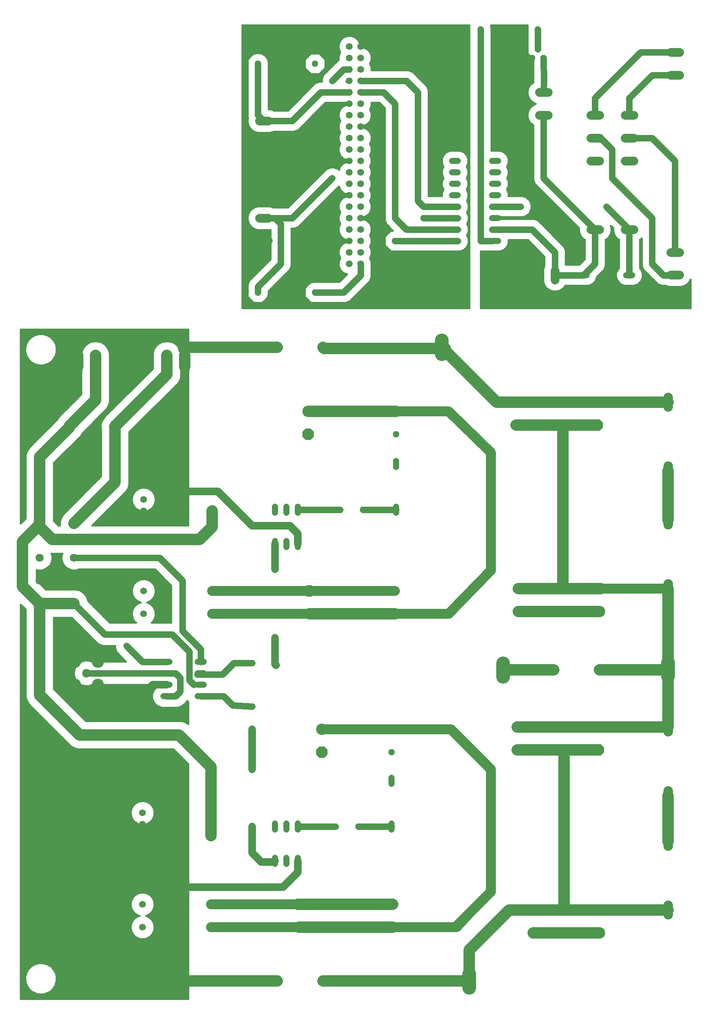
<source format=gbl>
G75*
%MOIN*%
%OFA0B0*%
%FSLAX25Y25*%
%IPPOS*%
%LPD*%
%AMOC8*
5,1,8,0,0,1.08239X$1,22.5*
%
%ADD10C,0.10039*%
%ADD11C,0.07500*%
%ADD12C,0.10500*%
%ADD13C,0.11850*%
%ADD14OC8,0.05200*%
%ADD15C,0.05200*%
%ADD16C,0.07087*%
%ADD17C,0.08250*%
%ADD18C,0.05937*%
%ADD19C,0.10000*%
%ADD20OC8,0.10000*%
%ADD21OC8,0.06000*%
%ADD22C,0.07800*%
%ADD23C,0.10000*%
%ADD24C,0.01600*%
%ADD25C,0.06600*%
%ADD26C,0.05600*%
%ADD27R,0.03962X0.03962*%
%ADD28C,0.08600*%
D10*
X0058205Y0562780D02*
X0058205Y0572820D01*
X0073795Y0572820D02*
X0073795Y0562780D01*
X0136205Y0562780D02*
X0136205Y0572820D01*
X0151795Y0572820D02*
X0151795Y0562780D01*
D11*
X0066000Y0294800D03*
D12*
X0055961Y0284761D03*
X0055961Y0304839D03*
X0076039Y0304839D03*
X0076039Y0284761D03*
D13*
X0377000Y0573875D02*
X0377000Y0585725D01*
X0430700Y0303525D02*
X0430700Y0291675D01*
X0575000Y0292175D02*
X0575000Y0304025D01*
X0401000Y0031725D02*
X0401000Y0019875D01*
D14*
X0457000Y0067800D03*
X0457000Y0087800D03*
X0443000Y0227800D03*
X0443000Y0247800D03*
X0475000Y0297800D03*
X0444000Y0348800D03*
X0444000Y0368800D03*
X0515000Y0297800D03*
X0442000Y0511800D03*
X0442000Y0531800D03*
X0361000Y0642800D03*
X0336000Y0622800D03*
X0336000Y0672800D03*
X0361000Y0692800D03*
X0266000Y0627800D03*
X0216000Y0627800D03*
X0337000Y0523800D03*
X0337000Y0503800D03*
X0308000Y0437800D03*
X0288000Y0437800D03*
X0336000Y0366800D03*
X0336000Y0346800D03*
X0333000Y0245800D03*
X0333000Y0225800D03*
X0304000Y0160800D03*
X0284000Y0160800D03*
X0334000Y0092800D03*
X0334000Y0072800D03*
X0211000Y0160800D03*
X0211000Y0210800D03*
X0211000Y0245800D03*
X0211000Y0265800D03*
X0211000Y0303800D03*
X0231000Y0303800D03*
X0231000Y0325800D03*
X0231000Y0385800D03*
X0216000Y0827800D03*
X0266000Y0827800D03*
X0411000Y0857800D03*
X0456000Y0832800D03*
X0461000Y0840300D03*
X0466000Y0832800D03*
X0461000Y0857800D03*
D15*
X0426200Y0742800D02*
X0421000Y0742800D01*
X0421000Y0732800D02*
X0426200Y0732800D01*
X0426200Y0722800D02*
X0421000Y0722800D01*
X0421000Y0712800D02*
X0426200Y0712800D01*
X0426200Y0702800D02*
X0421000Y0702800D01*
X0421000Y0692800D02*
X0426200Y0692800D01*
X0426200Y0682800D02*
X0421000Y0682800D01*
X0421000Y0672800D02*
X0426200Y0672800D01*
X0391000Y0672800D02*
X0385800Y0672800D01*
X0385800Y0682800D02*
X0391000Y0682800D01*
X0391000Y0692800D02*
X0385800Y0692800D01*
X0385800Y0702800D02*
X0391000Y0702800D01*
X0391000Y0712800D02*
X0385800Y0712800D01*
X0385800Y0722800D02*
X0391000Y0722800D01*
X0391000Y0732800D02*
X0385800Y0732800D01*
X0385800Y0742800D02*
X0391000Y0742800D01*
X0498400Y0642800D02*
X0503600Y0642800D01*
X0538400Y0642800D02*
X0543600Y0642800D01*
X0337000Y0480400D02*
X0337000Y0475200D01*
X0337000Y0440400D02*
X0337000Y0435200D01*
X0251000Y0435200D02*
X0251000Y0440400D01*
X0241000Y0440400D02*
X0241000Y0435200D01*
X0231000Y0435200D02*
X0231000Y0440400D01*
X0231000Y0410400D02*
X0231000Y0405200D01*
X0241000Y0405200D02*
X0241000Y0410400D01*
X0251000Y0410400D02*
X0251000Y0405200D01*
X0168600Y0304800D02*
X0163400Y0304800D01*
X0163400Y0294800D02*
X0168600Y0294800D01*
X0168600Y0284800D02*
X0163400Y0284800D01*
X0163400Y0274800D02*
X0168600Y0274800D01*
X0138600Y0274800D02*
X0133400Y0274800D01*
X0133400Y0284800D02*
X0138600Y0284800D01*
X0138600Y0294800D02*
X0133400Y0294800D01*
X0133400Y0304800D02*
X0138600Y0304800D01*
X0231000Y0163400D02*
X0231000Y0158200D01*
X0241000Y0158200D02*
X0241000Y0163400D01*
X0251000Y0163400D02*
X0251000Y0158200D01*
X0251000Y0133400D02*
X0251000Y0128200D01*
X0241000Y0128200D02*
X0241000Y0133400D01*
X0231000Y0133400D02*
X0231000Y0128200D01*
X0333000Y0158200D02*
X0333000Y0163400D01*
X0333000Y0198200D02*
X0333000Y0203400D01*
X0093600Y0510800D02*
X0088400Y0510800D01*
X0053600Y0510800D02*
X0048400Y0510800D01*
D16*
X0055000Y0425800D03*
X0055000Y0395800D03*
X0055000Y0375800D03*
X0055000Y0355800D03*
X0025000Y0355800D03*
X0025000Y0375800D03*
X0025000Y0395800D03*
X0025000Y0425800D03*
D17*
X0575000Y0424675D02*
X0575000Y0432925D01*
X0575000Y0467675D02*
X0575000Y0475925D01*
X0575000Y0527675D02*
X0575000Y0535925D01*
X0575000Y0372925D02*
X0575000Y0364675D01*
X0575000Y0251925D02*
X0575000Y0243675D01*
X0575000Y0191925D02*
X0575000Y0183675D01*
X0575000Y0151925D02*
X0575000Y0143675D01*
X0575000Y0091925D02*
X0575000Y0083675D01*
D18*
X0175000Y0092800D03*
X0175000Y0072800D03*
X0175000Y0152800D03*
X0175000Y0162800D03*
X0115000Y0162800D03*
X0115000Y0152800D03*
X0115000Y0172800D03*
X0115000Y0092800D03*
X0115000Y0072800D03*
X0116000Y0346800D03*
X0116000Y0366800D03*
X0116000Y0426800D03*
X0116000Y0436800D03*
X0116000Y0446800D03*
X0176000Y0436800D03*
X0176000Y0426800D03*
X0176000Y0366800D03*
X0176000Y0346800D03*
X0296000Y0652800D03*
X0296000Y0662800D03*
X0296000Y0672800D03*
X0296000Y0682800D03*
X0296000Y0692800D03*
X0296000Y0702800D03*
X0296000Y0712800D03*
X0296000Y0722800D03*
X0296000Y0732800D03*
X0296000Y0742800D03*
X0296000Y0752800D03*
X0296000Y0762800D03*
X0296000Y0772800D03*
X0296000Y0782800D03*
X0296000Y0792800D03*
X0296000Y0802800D03*
X0296000Y0812800D03*
X0296000Y0822800D03*
X0296000Y0832800D03*
X0296000Y0842800D03*
X0306000Y0842800D03*
X0306000Y0832800D03*
X0306000Y0822800D03*
X0306000Y0812800D03*
X0306000Y0802800D03*
X0306000Y0792800D03*
X0306000Y0782800D03*
X0306000Y0772800D03*
X0306000Y0762800D03*
X0306000Y0752800D03*
X0306000Y0742800D03*
X0306000Y0732800D03*
X0306000Y0722800D03*
X0306000Y0712800D03*
X0306000Y0702800D03*
X0306000Y0692800D03*
X0306000Y0682800D03*
X0306000Y0672800D03*
X0306000Y0662800D03*
X0306000Y0652800D03*
D19*
X0260000Y0523800D03*
X0261000Y0346800D03*
X0272000Y0245800D03*
X0252000Y0072800D03*
X0515000Y0067800D03*
X0514000Y0247800D03*
X0515000Y0348800D03*
X0513000Y0531800D03*
D20*
X0513000Y0511800D03*
X0515000Y0368800D03*
X0514000Y0227800D03*
X0515000Y0087800D03*
X0272000Y0225800D03*
X0252000Y0092800D03*
X0261000Y0366800D03*
X0260000Y0503800D03*
D21*
X0273000Y0579800D03*
X0233000Y0579800D03*
X0233000Y0025800D03*
X0273000Y0025800D03*
D22*
X0456200Y0638900D02*
X0456200Y0646700D01*
X0475900Y0646700D02*
X0475900Y0638900D01*
X0507100Y0682800D02*
X0514900Y0682800D01*
X0537100Y0682800D02*
X0544900Y0682800D01*
X0577100Y0662700D02*
X0584900Y0662700D01*
X0584900Y0643000D02*
X0577100Y0643000D01*
X0544900Y0742800D02*
X0537100Y0742800D01*
X0537100Y0762800D02*
X0544900Y0762800D01*
X0544900Y0782800D02*
X0537100Y0782800D01*
X0514900Y0782800D02*
X0507100Y0782800D01*
X0507100Y0762800D02*
X0514900Y0762800D01*
X0514900Y0742800D02*
X0507100Y0742800D01*
X0469900Y0782900D02*
X0462100Y0782900D01*
X0462100Y0802600D02*
X0469900Y0802600D01*
X0577100Y0817900D02*
X0584900Y0817900D01*
X0584900Y0837600D02*
X0577100Y0837600D01*
X0224900Y0777700D02*
X0217100Y0777700D01*
X0217100Y0758000D02*
X0224900Y0758000D01*
X0224900Y0692700D02*
X0217100Y0692700D01*
X0217100Y0673000D02*
X0224900Y0673000D01*
D23*
X0233000Y0579800D02*
X0152000Y0579800D01*
X0151000Y0578800D01*
X0136205Y0567800D02*
X0136205Y0556005D01*
X0091000Y0510800D01*
X0091000Y0461800D01*
X0055000Y0425800D01*
X0036000Y0411800D02*
X0024000Y0423800D01*
X0010000Y0409800D01*
X0010000Y0370800D01*
X0025000Y0355800D01*
X0025000Y0275800D01*
X0060000Y0240800D01*
X0147000Y0240800D01*
X0175000Y0212800D01*
X0175000Y0162800D01*
X0175000Y0152800D01*
X0252000Y0092800D02*
X0334000Y0092800D01*
X0334000Y0072800D02*
X0332000Y0072800D01*
X0252000Y0072800D01*
X0233000Y0025800D02*
X0143000Y0025800D01*
X0141000Y0023800D01*
X0273000Y0025800D02*
X0401000Y0025800D01*
X0401000Y0052800D01*
X0436000Y0087800D01*
X0457000Y0087800D01*
X0575000Y0087800D01*
X0575000Y0147800D02*
X0575000Y0187800D01*
X0575000Y0247800D02*
X0514000Y0247800D01*
X0443000Y0247800D01*
X0443000Y0227800D02*
X0484000Y0227800D01*
X0484000Y0087800D01*
X0515000Y0087800D01*
X0515000Y0067800D02*
X0457000Y0067800D01*
X0484000Y0227800D02*
X0514000Y0227800D01*
X0515000Y0297800D02*
X0575000Y0297800D01*
X0575000Y0298100D01*
X0575000Y0247800D01*
X0575000Y0298100D02*
X0575000Y0368800D01*
X0575000Y0428800D02*
X0575000Y0471800D01*
X0575000Y0531800D02*
X0513000Y0531800D01*
X0442000Y0531800D01*
X0425000Y0531800D01*
X0377000Y0579800D01*
X0380000Y0578800D02*
X0274000Y0578800D01*
X0273000Y0579800D01*
X0260000Y0523800D02*
X0337000Y0523800D01*
X0442000Y0511800D02*
X0483000Y0511800D01*
X0483000Y0368800D01*
X0444000Y0368800D01*
X0444000Y0348800D02*
X0515000Y0348800D01*
X0515000Y0368800D02*
X0483000Y0368800D01*
X0475000Y0297800D02*
X0475000Y0297600D01*
X0430700Y0297600D01*
X0336000Y0346800D02*
X0332000Y0346800D01*
X0261000Y0346800D01*
X0176000Y0422800D02*
X0165000Y0411800D01*
X0036000Y0411800D01*
X0024000Y0423800D02*
X0025000Y0424800D01*
X0025000Y0425800D01*
X0025000Y0483800D01*
X0051000Y0509800D01*
X0051000Y0510800D01*
X0073795Y0533595D01*
X0073795Y0567800D01*
X0074000Y0568005D01*
X0176000Y0436800D02*
X0176000Y0426800D01*
X0176000Y0422800D01*
X0055000Y0355800D02*
X0025000Y0355800D01*
X0483000Y0511800D02*
X0513000Y0511800D01*
D24*
X0008400Y0354864D02*
X0008400Y0010200D01*
X0155000Y0010200D01*
X0155000Y0215264D01*
X0141864Y0228400D01*
X0058367Y0228400D01*
X0055214Y0229245D01*
X0052386Y0230878D01*
X0017386Y0265878D01*
X0015078Y0268186D01*
X0013445Y0271014D01*
X0012600Y0274167D01*
X0012600Y0350664D01*
X0008400Y0354864D01*
X0008400Y0354472D02*
X0008791Y0354472D01*
X0008400Y0352874D02*
X0010390Y0352874D01*
X0011988Y0351275D02*
X0008400Y0351275D01*
X0008400Y0349677D02*
X0012600Y0349677D01*
X0012600Y0348078D02*
X0008400Y0348078D01*
X0008400Y0346480D02*
X0012600Y0346480D01*
X0012600Y0344881D02*
X0008400Y0344881D01*
X0008400Y0343283D02*
X0012600Y0343283D01*
X0012600Y0341684D02*
X0008400Y0341684D01*
X0008400Y0340086D02*
X0012600Y0340086D01*
X0012600Y0338487D02*
X0008400Y0338487D01*
X0008400Y0336889D02*
X0012600Y0336889D01*
X0012600Y0335290D02*
X0008400Y0335290D01*
X0008400Y0333692D02*
X0012600Y0333692D01*
X0012600Y0332093D02*
X0008400Y0332093D01*
X0008400Y0330495D02*
X0012600Y0330495D01*
X0012600Y0328896D02*
X0008400Y0328896D01*
X0008400Y0327298D02*
X0012600Y0327298D01*
X0012600Y0325699D02*
X0008400Y0325699D01*
X0008400Y0324101D02*
X0012600Y0324101D01*
X0012600Y0322502D02*
X0008400Y0322502D01*
X0008400Y0320904D02*
X0012600Y0320904D01*
X0012600Y0319305D02*
X0008400Y0319305D01*
X0008400Y0317707D02*
X0012600Y0317707D01*
X0012600Y0316108D02*
X0008400Y0316108D01*
X0008400Y0314510D02*
X0012600Y0314510D01*
X0012600Y0312911D02*
X0008400Y0312911D01*
X0008400Y0311313D02*
X0012600Y0311313D01*
X0012600Y0309714D02*
X0008400Y0309714D01*
X0008400Y0308116D02*
X0012600Y0308116D01*
X0012600Y0306517D02*
X0008400Y0306517D01*
X0008400Y0304919D02*
X0012600Y0304919D01*
X0012600Y0303320D02*
X0008400Y0303320D01*
X0008400Y0301722D02*
X0012600Y0301722D01*
X0012600Y0300123D02*
X0008400Y0300123D01*
X0008400Y0298525D02*
X0012600Y0298525D01*
X0012600Y0296926D02*
X0008400Y0296926D01*
X0008400Y0295328D02*
X0012600Y0295328D01*
X0012600Y0293729D02*
X0008400Y0293729D01*
X0008400Y0292131D02*
X0012600Y0292131D01*
X0012600Y0290532D02*
X0008400Y0290532D01*
X0008400Y0288934D02*
X0012600Y0288934D01*
X0012600Y0287335D02*
X0008400Y0287335D01*
X0008400Y0285737D02*
X0012600Y0285737D01*
X0012600Y0284138D02*
X0008400Y0284138D01*
X0008400Y0282539D02*
X0012600Y0282539D01*
X0012600Y0280941D02*
X0008400Y0280941D01*
X0008400Y0279342D02*
X0012600Y0279342D01*
X0012600Y0277744D02*
X0008400Y0277744D01*
X0008400Y0276145D02*
X0012600Y0276145D01*
X0012600Y0274547D02*
X0008400Y0274547D01*
X0008400Y0272948D02*
X0012927Y0272948D01*
X0013355Y0271350D02*
X0008400Y0271350D01*
X0008400Y0269751D02*
X0014174Y0269751D01*
X0015111Y0268153D02*
X0008400Y0268153D01*
X0008400Y0266554D02*
X0016709Y0266554D01*
X0018308Y0264956D02*
X0008400Y0264956D01*
X0008400Y0263357D02*
X0019906Y0263357D01*
X0021505Y0261759D02*
X0008400Y0261759D01*
X0008400Y0260160D02*
X0023103Y0260160D01*
X0024702Y0258562D02*
X0008400Y0258562D01*
X0008400Y0256963D02*
X0026300Y0256963D01*
X0027899Y0255365D02*
X0008400Y0255365D01*
X0008400Y0253766D02*
X0029497Y0253766D01*
X0031096Y0252168D02*
X0008400Y0252168D01*
X0008400Y0250569D02*
X0032694Y0250569D01*
X0034293Y0248971D02*
X0008400Y0248971D01*
X0008400Y0247372D02*
X0035892Y0247372D01*
X0037490Y0245774D02*
X0008400Y0245774D01*
X0008400Y0244175D02*
X0039089Y0244175D01*
X0040687Y0242577D02*
X0008400Y0242577D01*
X0008400Y0240978D02*
X0042286Y0240978D01*
X0043884Y0239380D02*
X0008400Y0239380D01*
X0008400Y0237781D02*
X0045483Y0237781D01*
X0047081Y0236183D02*
X0008400Y0236183D01*
X0008400Y0234584D02*
X0048680Y0234584D01*
X0050278Y0232986D02*
X0008400Y0232986D01*
X0008400Y0231387D02*
X0051877Y0231387D01*
X0054272Y0229789D02*
X0008400Y0229789D01*
X0008400Y0228190D02*
X0142074Y0228190D01*
X0143672Y0226592D02*
X0008400Y0226592D01*
X0008400Y0224993D02*
X0145271Y0224993D01*
X0146869Y0223395D02*
X0008400Y0223395D01*
X0008400Y0221796D02*
X0148468Y0221796D01*
X0150066Y0220198D02*
X0008400Y0220198D01*
X0008400Y0218599D02*
X0151665Y0218599D01*
X0153263Y0217001D02*
X0008400Y0217001D01*
X0008400Y0215402D02*
X0154862Y0215402D01*
X0155000Y0213803D02*
X0008400Y0213803D01*
X0008400Y0212205D02*
X0155000Y0212205D01*
X0155000Y0210606D02*
X0008400Y0210606D01*
X0008400Y0209008D02*
X0155000Y0209008D01*
X0155000Y0207409D02*
X0008400Y0207409D01*
X0008400Y0205811D02*
X0155000Y0205811D01*
X0155000Y0204212D02*
X0008400Y0204212D01*
X0008400Y0202614D02*
X0155000Y0202614D01*
X0155000Y0201015D02*
X0008400Y0201015D01*
X0008400Y0199417D02*
X0155000Y0199417D01*
X0155000Y0197818D02*
X0008400Y0197818D01*
X0008400Y0196220D02*
X0155000Y0196220D01*
X0155000Y0194621D02*
X0008400Y0194621D01*
X0008400Y0193023D02*
X0155000Y0193023D01*
X0155000Y0191424D02*
X0008400Y0191424D01*
X0008400Y0189826D02*
X0155000Y0189826D01*
X0155000Y0188227D02*
X0008400Y0188227D01*
X0008400Y0186629D02*
X0155000Y0186629D01*
X0155000Y0185030D02*
X0008400Y0185030D01*
X0008400Y0183432D02*
X0155000Y0183432D01*
X0155000Y0181833D02*
X0120091Y0181833D01*
X0119002Y0182462D02*
X0116365Y0183168D01*
X0113635Y0183168D01*
X0110998Y0182462D01*
X0108634Y0181097D01*
X0106703Y0179166D01*
X0105338Y0176802D01*
X0104631Y0174165D01*
X0104631Y0171435D01*
X0105338Y0168798D01*
X0106703Y0166434D01*
X0108634Y0164503D01*
X0110998Y0163138D01*
X0113635Y0162431D01*
X0116365Y0162431D01*
X0119002Y0163138D01*
X0121366Y0164503D01*
X0123297Y0166434D01*
X0124662Y0168798D01*
X0125368Y0171435D01*
X0125368Y0174165D01*
X0124662Y0176802D01*
X0123297Y0179166D01*
X0121366Y0181097D01*
X0119002Y0182462D01*
X0122229Y0180235D02*
X0155000Y0180235D01*
X0155000Y0178636D02*
X0123603Y0178636D01*
X0124526Y0177038D02*
X0155000Y0177038D01*
X0155000Y0175439D02*
X0125027Y0175439D01*
X0125368Y0173841D02*
X0155000Y0173841D01*
X0155000Y0172242D02*
X0125368Y0172242D01*
X0125156Y0170644D02*
X0155000Y0170644D01*
X0155000Y0169045D02*
X0124728Y0169045D01*
X0123882Y0167447D02*
X0155000Y0167447D01*
X0155000Y0165848D02*
X0122711Y0165848D01*
X0120927Y0164250D02*
X0155000Y0164250D01*
X0155000Y0162651D02*
X0117185Y0162651D01*
X0112815Y0162651D02*
X0008400Y0162651D01*
X0008400Y0161053D02*
X0155000Y0161053D01*
X0155000Y0159454D02*
X0008400Y0159454D01*
X0008400Y0157856D02*
X0155000Y0157856D01*
X0155000Y0156257D02*
X0008400Y0156257D01*
X0008400Y0154659D02*
X0155000Y0154659D01*
X0155000Y0153060D02*
X0008400Y0153060D01*
X0008400Y0151462D02*
X0155000Y0151462D01*
X0155000Y0149863D02*
X0008400Y0149863D01*
X0008400Y0148265D02*
X0155000Y0148265D01*
X0155000Y0146666D02*
X0008400Y0146666D01*
X0008400Y0145068D02*
X0155000Y0145068D01*
X0155000Y0143469D02*
X0008400Y0143469D01*
X0008400Y0141870D02*
X0155000Y0141870D01*
X0155000Y0140272D02*
X0008400Y0140272D01*
X0008400Y0138673D02*
X0155000Y0138673D01*
X0155000Y0137075D02*
X0008400Y0137075D01*
X0008400Y0135476D02*
X0155000Y0135476D01*
X0155000Y0133878D02*
X0008400Y0133878D01*
X0008400Y0132279D02*
X0155000Y0132279D01*
X0155000Y0130681D02*
X0008400Y0130681D01*
X0008400Y0129082D02*
X0155000Y0129082D01*
X0155000Y0127484D02*
X0008400Y0127484D01*
X0008400Y0125885D02*
X0155000Y0125885D01*
X0155000Y0124287D02*
X0008400Y0124287D01*
X0008400Y0122688D02*
X0155000Y0122688D01*
X0155000Y0121090D02*
X0008400Y0121090D01*
X0008400Y0119491D02*
X0155000Y0119491D01*
X0155000Y0117893D02*
X0008400Y0117893D01*
X0008400Y0116294D02*
X0155000Y0116294D01*
X0155000Y0114696D02*
X0008400Y0114696D01*
X0008400Y0113097D02*
X0155000Y0113097D01*
X0155000Y0111499D02*
X0008400Y0111499D01*
X0008400Y0109900D02*
X0155000Y0109900D01*
X0155000Y0108302D02*
X0008400Y0108302D01*
X0008400Y0106703D02*
X0155000Y0106703D01*
X0155000Y0105105D02*
X0008400Y0105105D01*
X0008400Y0103506D02*
X0155000Y0103506D01*
X0155000Y0101908D02*
X0119962Y0101908D01*
X0119002Y0102462D02*
X0116365Y0103168D01*
X0113635Y0103168D01*
X0110998Y0102462D01*
X0108634Y0101097D01*
X0106703Y0099166D01*
X0105338Y0096802D01*
X0104631Y0094165D01*
X0104631Y0091435D01*
X0105338Y0088798D01*
X0106703Y0086434D01*
X0108634Y0084503D01*
X0110998Y0083138D01*
X0112260Y0082800D01*
X0110998Y0082462D01*
X0108634Y0081097D01*
X0106703Y0079166D01*
X0105338Y0076802D01*
X0104631Y0074165D01*
X0104631Y0071435D01*
X0105338Y0068798D01*
X0106703Y0066434D01*
X0108634Y0064503D01*
X0110998Y0063138D01*
X0113635Y0062431D01*
X0116365Y0062431D01*
X0119002Y0063138D01*
X0121366Y0064503D01*
X0123297Y0066434D01*
X0124662Y0068798D01*
X0125368Y0071435D01*
X0125368Y0074165D01*
X0124662Y0076802D01*
X0123297Y0079166D01*
X0121366Y0081097D01*
X0119002Y0082462D01*
X0117740Y0082800D01*
X0119002Y0083138D01*
X0121366Y0084503D01*
X0123297Y0086434D01*
X0124662Y0088798D01*
X0125368Y0091435D01*
X0125368Y0094165D01*
X0124662Y0096802D01*
X0123297Y0099166D01*
X0121366Y0101097D01*
X0119002Y0102462D01*
X0122154Y0100309D02*
X0155000Y0100309D01*
X0155000Y0098711D02*
X0123560Y0098711D01*
X0124483Y0097112D02*
X0155000Y0097112D01*
X0155000Y0095514D02*
X0125007Y0095514D01*
X0125368Y0093915D02*
X0155000Y0093915D01*
X0155000Y0092317D02*
X0125368Y0092317D01*
X0125176Y0090718D02*
X0155000Y0090718D01*
X0155000Y0089120D02*
X0124748Y0089120D01*
X0123925Y0087521D02*
X0155000Y0087521D01*
X0155000Y0085923D02*
X0122786Y0085923D01*
X0121056Y0084324D02*
X0155000Y0084324D01*
X0155000Y0082726D02*
X0118018Y0082726D01*
X0121314Y0081127D02*
X0155000Y0081127D01*
X0155000Y0079529D02*
X0122935Y0079529D01*
X0124011Y0077930D02*
X0155000Y0077930D01*
X0155000Y0076332D02*
X0124788Y0076332D01*
X0125216Y0074733D02*
X0155000Y0074733D01*
X0155000Y0073134D02*
X0125368Y0073134D01*
X0125368Y0071536D02*
X0155000Y0071536D01*
X0155000Y0069937D02*
X0124967Y0069937D01*
X0124397Y0068339D02*
X0155000Y0068339D01*
X0155000Y0066740D02*
X0123474Y0066740D01*
X0122005Y0065142D02*
X0155000Y0065142D01*
X0155000Y0063543D02*
X0119704Y0063543D01*
X0110296Y0063543D02*
X0008400Y0063543D01*
X0008400Y0061945D02*
X0155000Y0061945D01*
X0155000Y0060346D02*
X0008400Y0060346D01*
X0008400Y0058748D02*
X0155000Y0058748D01*
X0155000Y0057149D02*
X0008400Y0057149D01*
X0008400Y0055551D02*
X0155000Y0055551D01*
X0155000Y0053952D02*
X0008400Y0053952D01*
X0008400Y0052354D02*
X0155000Y0052354D01*
X0155000Y0050755D02*
X0008400Y0050755D01*
X0008400Y0049157D02*
X0155000Y0049157D01*
X0155000Y0047558D02*
X0008400Y0047558D01*
X0008400Y0045960D02*
X0155000Y0045960D01*
X0155000Y0044361D02*
X0008400Y0044361D01*
X0008400Y0042763D02*
X0155000Y0042763D01*
X0155000Y0041164D02*
X0029054Y0041164D01*
X0027804Y0041499D02*
X0024196Y0041499D01*
X0020712Y0040566D01*
X0017588Y0038762D01*
X0015038Y0036212D01*
X0013234Y0033088D01*
X0012301Y0029604D01*
X0012301Y0025996D01*
X0013234Y0022512D01*
X0015038Y0019388D01*
X0017588Y0016838D01*
X0020712Y0015034D01*
X0024196Y0014101D01*
X0027804Y0014101D01*
X0031288Y0015034D01*
X0034412Y0016838D01*
X0036962Y0019388D01*
X0038766Y0022512D01*
X0039699Y0025996D01*
X0039699Y0029604D01*
X0038766Y0033088D01*
X0036962Y0036212D01*
X0034412Y0038762D01*
X0031288Y0040566D01*
X0027804Y0041499D01*
X0022946Y0041164D02*
X0008400Y0041164D01*
X0008400Y0039566D02*
X0018980Y0039566D01*
X0016794Y0037967D02*
X0008400Y0037967D01*
X0008400Y0036369D02*
X0015195Y0036369D01*
X0014206Y0034770D02*
X0008400Y0034770D01*
X0008400Y0033172D02*
X0013283Y0033172D01*
X0012829Y0031573D02*
X0008400Y0031573D01*
X0008400Y0029975D02*
X0012400Y0029975D01*
X0012301Y0028376D02*
X0008400Y0028376D01*
X0008400Y0026778D02*
X0012301Y0026778D01*
X0012520Y0025179D02*
X0008400Y0025179D01*
X0008400Y0023581D02*
X0012948Y0023581D01*
X0013540Y0021982D02*
X0008400Y0021982D01*
X0008400Y0020384D02*
X0014463Y0020384D01*
X0015641Y0018785D02*
X0008400Y0018785D01*
X0008400Y0017187D02*
X0017240Y0017187D01*
X0019753Y0015588D02*
X0008400Y0015588D01*
X0008400Y0013990D02*
X0155000Y0013990D01*
X0155000Y0015588D02*
X0032247Y0015588D01*
X0034760Y0017187D02*
X0155000Y0017187D01*
X0155000Y0018785D02*
X0036359Y0018785D01*
X0037537Y0020384D02*
X0155000Y0020384D01*
X0155000Y0021982D02*
X0038460Y0021982D01*
X0039052Y0023581D02*
X0155000Y0023581D01*
X0155000Y0025179D02*
X0039480Y0025179D01*
X0039699Y0026778D02*
X0155000Y0026778D01*
X0155000Y0028376D02*
X0039699Y0028376D01*
X0039600Y0029975D02*
X0155000Y0029975D01*
X0155000Y0031573D02*
X0039171Y0031573D01*
X0038717Y0033172D02*
X0155000Y0033172D01*
X0155000Y0034770D02*
X0037794Y0034770D01*
X0036805Y0036369D02*
X0155000Y0036369D01*
X0155000Y0037967D02*
X0035206Y0037967D01*
X0033020Y0039566D02*
X0155000Y0039566D01*
X0155000Y0012391D02*
X0008400Y0012391D01*
X0008400Y0010793D02*
X0155000Y0010793D01*
X0107995Y0065142D02*
X0008400Y0065142D01*
X0008400Y0066740D02*
X0106526Y0066740D01*
X0105603Y0068339D02*
X0008400Y0068339D01*
X0008400Y0069937D02*
X0105033Y0069937D01*
X0104631Y0071536D02*
X0008400Y0071536D01*
X0008400Y0073134D02*
X0104631Y0073134D01*
X0104784Y0074733D02*
X0008400Y0074733D01*
X0008400Y0076332D02*
X0105212Y0076332D01*
X0105989Y0077930D02*
X0008400Y0077930D01*
X0008400Y0079529D02*
X0107065Y0079529D01*
X0108686Y0081127D02*
X0008400Y0081127D01*
X0008400Y0082726D02*
X0111982Y0082726D01*
X0108944Y0084324D02*
X0008400Y0084324D01*
X0008400Y0085923D02*
X0107214Y0085923D01*
X0106075Y0087521D02*
X0008400Y0087521D01*
X0008400Y0089120D02*
X0105252Y0089120D01*
X0104824Y0090718D02*
X0008400Y0090718D01*
X0008400Y0092317D02*
X0104631Y0092317D01*
X0104631Y0093915D02*
X0008400Y0093915D01*
X0008400Y0095514D02*
X0104993Y0095514D01*
X0105517Y0097112D02*
X0008400Y0097112D01*
X0008400Y0098711D02*
X0106440Y0098711D01*
X0107846Y0100309D02*
X0008400Y0100309D01*
X0008400Y0101908D02*
X0110038Y0101908D01*
X0109073Y0164250D02*
X0008400Y0164250D01*
X0008400Y0165848D02*
X0107289Y0165848D01*
X0106118Y0167447D02*
X0008400Y0167447D01*
X0008400Y0169045D02*
X0105272Y0169045D01*
X0104844Y0170644D02*
X0008400Y0170644D01*
X0008400Y0172242D02*
X0104631Y0172242D01*
X0104631Y0173841D02*
X0008400Y0173841D01*
X0008400Y0175439D02*
X0104973Y0175439D01*
X0105474Y0177038D02*
X0008400Y0177038D01*
X0008400Y0178636D02*
X0106397Y0178636D01*
X0107771Y0180235D02*
X0008400Y0180235D01*
X0008400Y0181833D02*
X0109909Y0181833D01*
X0148632Y0253200D02*
X0151786Y0252355D01*
X0154614Y0250722D01*
X0155000Y0250336D01*
X0155000Y0269058D01*
X0154922Y0269135D01*
X0154289Y0270664D01*
X0152162Y0268537D01*
X0150263Y0266638D01*
X0147937Y0265295D01*
X0145343Y0264600D01*
X0134657Y0264600D01*
X0133911Y0264800D01*
X0131411Y0264800D01*
X0127735Y0266322D01*
X0124922Y0269135D01*
X0123400Y0272811D01*
X0123400Y0276789D01*
X0124922Y0280465D01*
X0127735Y0283278D01*
X0130928Y0284600D01*
X0070633Y0284600D01*
X0070304Y0284410D01*
X0067468Y0283650D01*
X0064532Y0283650D01*
X0061696Y0284410D01*
X0059154Y0285878D01*
X0057078Y0287954D01*
X0055610Y0290496D01*
X0054850Y0293332D01*
X0054850Y0296268D01*
X0055610Y0299104D01*
X0057078Y0301646D01*
X0059154Y0303722D01*
X0061696Y0305190D01*
X0064532Y0305950D01*
X0067468Y0305950D01*
X0070304Y0305190D01*
X0070633Y0305000D01*
X0100375Y0305000D01*
X0094831Y0310544D01*
X0094827Y0310545D01*
X0092745Y0312627D01*
X0092643Y0312875D01*
X0091495Y0314863D01*
X0090800Y0317457D01*
X0090800Y0318600D01*
X0080657Y0318600D01*
X0078063Y0319295D01*
X0075737Y0320638D01*
X0052975Y0343400D01*
X0037400Y0343400D01*
X0037400Y0280936D01*
X0065136Y0253200D01*
X0148632Y0253200D01*
X0152110Y0252168D02*
X0155000Y0252168D01*
X0155000Y0253766D02*
X0064570Y0253766D01*
X0062971Y0255365D02*
X0155000Y0255365D01*
X0155000Y0256963D02*
X0061373Y0256963D01*
X0059774Y0258562D02*
X0155000Y0258562D01*
X0155000Y0260160D02*
X0058176Y0260160D01*
X0056577Y0261759D02*
X0155000Y0261759D01*
X0155000Y0263357D02*
X0054979Y0263357D01*
X0053380Y0264956D02*
X0131035Y0264956D01*
X0127503Y0266554D02*
X0051782Y0266554D01*
X0050183Y0268153D02*
X0125905Y0268153D01*
X0124667Y0269751D02*
X0048585Y0269751D01*
X0046986Y0271350D02*
X0124005Y0271350D01*
X0123400Y0272948D02*
X0045388Y0272948D01*
X0043789Y0274547D02*
X0123400Y0274547D01*
X0123400Y0276145D02*
X0042191Y0276145D01*
X0040592Y0277744D02*
X0123796Y0277744D01*
X0124458Y0279342D02*
X0038994Y0279342D01*
X0037400Y0280941D02*
X0125399Y0280941D01*
X0126997Y0282539D02*
X0037400Y0282539D01*
X0037400Y0284138D02*
X0062711Y0284138D01*
X0059398Y0285737D02*
X0037400Y0285737D01*
X0037400Y0287335D02*
X0057697Y0287335D01*
X0056512Y0288934D02*
X0037400Y0288934D01*
X0037400Y0290532D02*
X0055600Y0290532D01*
X0055172Y0292131D02*
X0037400Y0292131D01*
X0037400Y0293729D02*
X0054850Y0293729D01*
X0054850Y0295328D02*
X0037400Y0295328D01*
X0037400Y0296926D02*
X0055026Y0296926D01*
X0055455Y0298525D02*
X0037400Y0298525D01*
X0037400Y0300123D02*
X0056198Y0300123D01*
X0057153Y0301722D02*
X0037400Y0301722D01*
X0037400Y0303320D02*
X0058752Y0303320D01*
X0061226Y0304919D02*
X0037400Y0304919D01*
X0037400Y0306517D02*
X0098858Y0306517D01*
X0097259Y0308116D02*
X0037400Y0308116D01*
X0037400Y0309714D02*
X0095661Y0309714D01*
X0094060Y0311313D02*
X0037400Y0311313D01*
X0037400Y0312911D02*
X0092622Y0312911D01*
X0091699Y0314510D02*
X0037400Y0314510D01*
X0037400Y0316108D02*
X0091161Y0316108D01*
X0090800Y0317707D02*
X0037400Y0317707D01*
X0037400Y0319305D02*
X0078045Y0319305D01*
X0075471Y0320904D02*
X0037400Y0320904D01*
X0037400Y0322502D02*
X0073873Y0322502D01*
X0072274Y0324101D02*
X0037400Y0324101D01*
X0037400Y0325699D02*
X0070676Y0325699D01*
X0069077Y0327298D02*
X0037400Y0327298D01*
X0037400Y0328896D02*
X0067479Y0328896D01*
X0065880Y0330495D02*
X0037400Y0330495D01*
X0037400Y0332093D02*
X0064282Y0332093D01*
X0062683Y0333692D02*
X0037400Y0333692D01*
X0037400Y0335290D02*
X0061085Y0335290D01*
X0059486Y0336889D02*
X0037400Y0336889D01*
X0037400Y0338487D02*
X0057888Y0338487D01*
X0056289Y0340086D02*
X0037400Y0340086D01*
X0037400Y0341684D02*
X0054691Y0341684D01*
X0053092Y0343283D02*
X0037400Y0343283D01*
X0030136Y0368200D02*
X0022400Y0375936D01*
X0022400Y0385167D01*
X0023559Y0384857D01*
X0026441Y0384857D01*
X0029224Y0385602D01*
X0031719Y0387043D01*
X0033757Y0389081D01*
X0035198Y0391576D01*
X0035943Y0394359D01*
X0035943Y0397241D01*
X0035365Y0399400D01*
X0044635Y0399400D01*
X0044057Y0397241D01*
X0044057Y0394359D01*
X0044802Y0391576D01*
X0046243Y0389081D01*
X0048281Y0387043D01*
X0050776Y0385602D01*
X0053559Y0384857D01*
X0056441Y0384857D01*
X0059215Y0385600D01*
X0125775Y0385600D01*
X0139800Y0371575D01*
X0139800Y0339000D01*
X0122863Y0339000D01*
X0124297Y0340434D01*
X0125662Y0342798D01*
X0126368Y0345435D01*
X0126368Y0348165D01*
X0125662Y0350802D01*
X0124297Y0353166D01*
X0122366Y0355097D01*
X0120002Y0356462D01*
X0118740Y0356800D01*
X0120002Y0357138D01*
X0122366Y0358503D01*
X0124297Y0360434D01*
X0125662Y0362798D01*
X0126368Y0365435D01*
X0126368Y0368165D01*
X0125662Y0370802D01*
X0124297Y0373166D01*
X0122366Y0375097D01*
X0120002Y0376462D01*
X0117365Y0377168D01*
X0114635Y0377168D01*
X0111998Y0376462D01*
X0109634Y0375097D01*
X0107703Y0373166D01*
X0106338Y0370802D01*
X0105631Y0368165D01*
X0105631Y0365435D01*
X0106338Y0362798D01*
X0107703Y0360434D01*
X0109634Y0358503D01*
X0111998Y0357138D01*
X0113260Y0356800D01*
X0111998Y0356462D01*
X0109634Y0355097D01*
X0107703Y0353166D01*
X0106338Y0350802D01*
X0105631Y0348165D01*
X0105631Y0345435D01*
X0106338Y0342798D01*
X0107703Y0340434D01*
X0109137Y0339000D01*
X0086225Y0339000D01*
X0067256Y0357969D01*
X0066555Y0360586D01*
X0064922Y0363414D01*
X0062614Y0365722D01*
X0059786Y0367355D01*
X0056632Y0368200D01*
X0030136Y0368200D01*
X0029477Y0368859D02*
X0105817Y0368859D01*
X0105631Y0367261D02*
X0059950Y0367261D01*
X0062674Y0365662D02*
X0105631Y0365662D01*
X0105999Y0364064D02*
X0064273Y0364064D01*
X0065470Y0362465D02*
X0106530Y0362465D01*
X0107453Y0360867D02*
X0066393Y0360867D01*
X0066908Y0359268D02*
X0108869Y0359268D01*
X0111077Y0357670D02*
X0067555Y0357670D01*
X0069154Y0356071D02*
X0111321Y0356071D01*
X0109009Y0354472D02*
X0070752Y0354472D01*
X0072351Y0352874D02*
X0107534Y0352874D01*
X0106611Y0351275D02*
X0073949Y0351275D01*
X0075548Y0349677D02*
X0106037Y0349677D01*
X0105631Y0348078D02*
X0077147Y0348078D01*
X0078745Y0346480D02*
X0105631Y0346480D01*
X0105780Y0344881D02*
X0080344Y0344881D01*
X0081942Y0343283D02*
X0106208Y0343283D01*
X0106981Y0341684D02*
X0083541Y0341684D01*
X0085139Y0340086D02*
X0108051Y0340086D01*
X0120679Y0356071D02*
X0139800Y0356071D01*
X0139800Y0354472D02*
X0122991Y0354472D01*
X0124466Y0352874D02*
X0139800Y0352874D01*
X0139800Y0351275D02*
X0125389Y0351275D01*
X0125963Y0349677D02*
X0139800Y0349677D01*
X0139800Y0348078D02*
X0126368Y0348078D01*
X0126368Y0346480D02*
X0139800Y0346480D01*
X0139800Y0344881D02*
X0126220Y0344881D01*
X0125792Y0343283D02*
X0139800Y0343283D01*
X0139800Y0341684D02*
X0125019Y0341684D01*
X0123949Y0340086D02*
X0139800Y0340086D01*
X0139800Y0357670D02*
X0120923Y0357670D01*
X0123131Y0359268D02*
X0139800Y0359268D01*
X0139800Y0360867D02*
X0124547Y0360867D01*
X0125470Y0362465D02*
X0139800Y0362465D01*
X0139800Y0364064D02*
X0126001Y0364064D01*
X0126368Y0365662D02*
X0139800Y0365662D01*
X0139800Y0367261D02*
X0126368Y0367261D01*
X0126183Y0368859D02*
X0139800Y0368859D01*
X0139800Y0370458D02*
X0125754Y0370458D01*
X0124938Y0372056D02*
X0139319Y0372056D01*
X0137720Y0373655D02*
X0123809Y0373655D01*
X0122096Y0375253D02*
X0136122Y0375253D01*
X0134523Y0376852D02*
X0118548Y0376852D01*
X0113452Y0376852D02*
X0022400Y0376852D01*
X0022400Y0378450D02*
X0132925Y0378450D01*
X0131326Y0380049D02*
X0022400Y0380049D01*
X0022400Y0381647D02*
X0129728Y0381647D01*
X0128129Y0383246D02*
X0022400Y0383246D01*
X0022400Y0384844D02*
X0126531Y0384844D01*
X0109904Y0375253D02*
X0023083Y0375253D01*
X0024682Y0373655D02*
X0108191Y0373655D01*
X0107062Y0372056D02*
X0026280Y0372056D01*
X0027879Y0370458D02*
X0106246Y0370458D01*
X0070936Y0424200D02*
X0100922Y0454186D01*
X0102555Y0457014D01*
X0103400Y0460167D01*
X0103400Y0505664D01*
X0146127Y0548391D01*
X0147760Y0551218D01*
X0148605Y0554372D01*
X0148605Y0561072D01*
X0148624Y0561145D01*
X0148624Y0574455D01*
X0147778Y0577613D01*
X0146143Y0580446D01*
X0143831Y0582758D01*
X0140999Y0584393D01*
X0137840Y0585239D01*
X0134570Y0585239D01*
X0131411Y0584393D01*
X0128579Y0582758D01*
X0126266Y0580446D01*
X0124631Y0577613D01*
X0123785Y0574455D01*
X0123785Y0561145D01*
X0123790Y0561126D01*
X0083386Y0520722D01*
X0081078Y0518414D01*
X0079993Y0516535D01*
X0079922Y0516465D01*
X0079847Y0516282D01*
X0079445Y0515586D01*
X0079237Y0514810D01*
X0078400Y0512789D01*
X0078400Y0508811D01*
X0078600Y0508328D01*
X0078600Y0466936D01*
X0045078Y0433414D01*
X0043445Y0430586D01*
X0042600Y0427432D01*
X0042600Y0424200D01*
X0041136Y0424200D01*
X0037400Y0427936D01*
X0037400Y0478664D01*
X0060922Y0502186D01*
X0062288Y0504552D01*
X0083718Y0525981D01*
X0085350Y0528809D01*
X0086195Y0531963D01*
X0086195Y0561072D01*
X0086215Y0561145D01*
X0086215Y0565682D01*
X0086400Y0566372D01*
X0086400Y0569637D01*
X0086215Y0570328D01*
X0086215Y0574455D01*
X0085369Y0577613D01*
X0083733Y0580446D01*
X0081421Y0582758D01*
X0078589Y0584393D01*
X0075430Y0585239D01*
X0072160Y0585239D01*
X0069001Y0584393D01*
X0066169Y0582758D01*
X0063857Y0580446D01*
X0062222Y0577613D01*
X0061376Y0574455D01*
X0061376Y0561145D01*
X0061395Y0561072D01*
X0061395Y0538732D01*
X0043386Y0520722D01*
X0041078Y0518414D01*
X0039993Y0516535D01*
X0039922Y0516465D01*
X0039847Y0516282D01*
X0039712Y0516048D01*
X0017386Y0493722D01*
X0015078Y0491414D01*
X0013445Y0488586D01*
X0012600Y0485432D01*
X0012600Y0429936D01*
X0008400Y0425736D01*
X0008400Y0595400D01*
X0155000Y0595400D01*
X0155000Y0424200D01*
X0070936Y0424200D01*
X0071543Y0424807D02*
X0155000Y0424807D01*
X0155000Y0426405D02*
X0073142Y0426405D01*
X0074740Y0428004D02*
X0155000Y0428004D01*
X0155000Y0429603D02*
X0076339Y0429603D01*
X0077937Y0431201D02*
X0155000Y0431201D01*
X0155000Y0432800D02*
X0079536Y0432800D01*
X0081134Y0434398D02*
X0155000Y0434398D01*
X0155000Y0435997D02*
X0082733Y0435997D01*
X0084331Y0437595D02*
X0111206Y0437595D01*
X0111998Y0437138D02*
X0109634Y0438503D01*
X0107703Y0440434D01*
X0106338Y0442798D01*
X0105631Y0445435D01*
X0105631Y0448165D01*
X0106338Y0450802D01*
X0107703Y0453166D01*
X0109634Y0455097D01*
X0111998Y0456462D01*
X0114635Y0457168D01*
X0117365Y0457168D01*
X0120002Y0456462D01*
X0122366Y0455097D01*
X0124297Y0453166D01*
X0125662Y0450802D01*
X0126368Y0448165D01*
X0126368Y0445435D01*
X0125662Y0442798D01*
X0124297Y0440434D01*
X0122366Y0438503D01*
X0120002Y0437138D01*
X0117365Y0436431D01*
X0114635Y0436431D01*
X0111998Y0437138D01*
X0108943Y0439194D02*
X0085930Y0439194D01*
X0087528Y0440792D02*
X0107496Y0440792D01*
X0106573Y0442391D02*
X0089127Y0442391D01*
X0090725Y0443989D02*
X0106019Y0443989D01*
X0105631Y0445588D02*
X0092324Y0445588D01*
X0093922Y0447186D02*
X0105631Y0447186D01*
X0105798Y0448785D02*
X0095521Y0448785D01*
X0097119Y0450383D02*
X0106226Y0450383D01*
X0107019Y0451982D02*
X0098718Y0451982D01*
X0100316Y0453580D02*
X0108117Y0453580D01*
X0109775Y0455179D02*
X0101495Y0455179D01*
X0102418Y0456777D02*
X0113175Y0456777D01*
X0118825Y0456777D02*
X0155000Y0456777D01*
X0155000Y0455179D02*
X0122225Y0455179D01*
X0123883Y0453580D02*
X0155000Y0453580D01*
X0155000Y0451982D02*
X0124981Y0451982D01*
X0125774Y0450383D02*
X0155000Y0450383D01*
X0155000Y0448785D02*
X0126202Y0448785D01*
X0126368Y0447186D02*
X0155000Y0447186D01*
X0155000Y0445588D02*
X0126368Y0445588D01*
X0125981Y0443989D02*
X0155000Y0443989D01*
X0155000Y0442391D02*
X0125427Y0442391D01*
X0124504Y0440792D02*
X0155000Y0440792D01*
X0155000Y0439194D02*
X0123057Y0439194D01*
X0120794Y0437595D02*
X0155000Y0437595D01*
X0155000Y0458376D02*
X0102920Y0458376D01*
X0103348Y0459974D02*
X0155000Y0459974D01*
X0155000Y0461573D02*
X0103400Y0461573D01*
X0103400Y0463171D02*
X0155000Y0463171D01*
X0155000Y0464770D02*
X0103400Y0464770D01*
X0103400Y0466368D02*
X0155000Y0466368D01*
X0155000Y0467967D02*
X0103400Y0467967D01*
X0103400Y0469565D02*
X0155000Y0469565D01*
X0155000Y0471164D02*
X0103400Y0471164D01*
X0103400Y0472762D02*
X0155000Y0472762D01*
X0155000Y0474361D02*
X0103400Y0474361D01*
X0103400Y0475959D02*
X0155000Y0475959D01*
X0155000Y0477558D02*
X0103400Y0477558D01*
X0103400Y0479156D02*
X0155000Y0479156D01*
X0155000Y0480755D02*
X0103400Y0480755D01*
X0103400Y0482353D02*
X0155000Y0482353D01*
X0155000Y0483952D02*
X0103400Y0483952D01*
X0103400Y0485550D02*
X0155000Y0485550D01*
X0155000Y0487149D02*
X0103400Y0487149D01*
X0103400Y0488747D02*
X0155000Y0488747D01*
X0155000Y0490346D02*
X0103400Y0490346D01*
X0103400Y0491944D02*
X0155000Y0491944D01*
X0155000Y0493543D02*
X0103400Y0493543D01*
X0103400Y0495141D02*
X0155000Y0495141D01*
X0155000Y0496740D02*
X0103400Y0496740D01*
X0103400Y0498339D02*
X0155000Y0498339D01*
X0155000Y0499937D02*
X0103400Y0499937D01*
X0103400Y0501536D02*
X0155000Y0501536D01*
X0155000Y0503134D02*
X0103400Y0503134D01*
X0103400Y0504733D02*
X0155000Y0504733D01*
X0155000Y0506331D02*
X0104067Y0506331D01*
X0105666Y0507930D02*
X0155000Y0507930D01*
X0155000Y0509528D02*
X0107264Y0509528D01*
X0108863Y0511127D02*
X0155000Y0511127D01*
X0155000Y0512725D02*
X0110461Y0512725D01*
X0112060Y0514324D02*
X0155000Y0514324D01*
X0155000Y0515922D02*
X0113658Y0515922D01*
X0115257Y0517521D02*
X0155000Y0517521D01*
X0155000Y0519119D02*
X0116855Y0519119D01*
X0118454Y0520718D02*
X0155000Y0520718D01*
X0155000Y0522316D02*
X0120052Y0522316D01*
X0121651Y0523915D02*
X0155000Y0523915D01*
X0155000Y0525513D02*
X0123249Y0525513D01*
X0124848Y0527112D02*
X0155000Y0527112D01*
X0155000Y0528710D02*
X0126446Y0528710D01*
X0128045Y0530309D02*
X0155000Y0530309D01*
X0155000Y0531907D02*
X0129643Y0531907D01*
X0131242Y0533506D02*
X0155000Y0533506D01*
X0155000Y0535104D02*
X0132841Y0535104D01*
X0134439Y0536703D02*
X0155000Y0536703D01*
X0155000Y0538301D02*
X0136038Y0538301D01*
X0137636Y0539900D02*
X0155000Y0539900D01*
X0155000Y0541498D02*
X0139235Y0541498D01*
X0140833Y0543097D02*
X0155000Y0543097D01*
X0155000Y0544695D02*
X0142432Y0544695D01*
X0144030Y0546294D02*
X0155000Y0546294D01*
X0155000Y0547892D02*
X0145629Y0547892D01*
X0146762Y0549491D02*
X0155000Y0549491D01*
X0155000Y0551089D02*
X0147685Y0551089D01*
X0148153Y0552688D02*
X0155000Y0552688D01*
X0155000Y0554286D02*
X0148582Y0554286D01*
X0148605Y0555885D02*
X0155000Y0555885D01*
X0155000Y0557483D02*
X0148605Y0557483D01*
X0148605Y0559082D02*
X0155000Y0559082D01*
X0155000Y0560680D02*
X0148605Y0560680D01*
X0148624Y0562279D02*
X0155000Y0562279D01*
X0155000Y0563877D02*
X0148624Y0563877D01*
X0148624Y0565476D02*
X0155000Y0565476D01*
X0155000Y0567074D02*
X0148624Y0567074D01*
X0148624Y0568673D02*
X0155000Y0568673D01*
X0155000Y0570272D02*
X0148624Y0570272D01*
X0148624Y0571870D02*
X0155000Y0571870D01*
X0155000Y0573469D02*
X0148624Y0573469D01*
X0148460Y0575067D02*
X0155000Y0575067D01*
X0155000Y0576666D02*
X0148032Y0576666D01*
X0147402Y0578264D02*
X0155000Y0578264D01*
X0155000Y0579863D02*
X0146480Y0579863D01*
X0145127Y0581461D02*
X0155000Y0581461D01*
X0155000Y0583060D02*
X0143308Y0583060D01*
X0140009Y0584658D02*
X0155000Y0584658D01*
X0155000Y0586257D02*
X0036917Y0586257D01*
X0036962Y0586212D02*
X0034412Y0588762D01*
X0031288Y0590566D01*
X0027804Y0591499D01*
X0024196Y0591499D01*
X0020712Y0590566D01*
X0017588Y0588762D01*
X0015038Y0586212D01*
X0013234Y0583088D01*
X0012301Y0579604D01*
X0012301Y0575996D01*
X0013234Y0572512D01*
X0015038Y0569388D01*
X0017588Y0566838D01*
X0020712Y0565034D01*
X0024196Y0564101D01*
X0027804Y0564101D01*
X0031288Y0565034D01*
X0034412Y0566838D01*
X0036962Y0569388D01*
X0038766Y0572512D01*
X0039699Y0575996D01*
X0039699Y0579604D01*
X0038766Y0583088D01*
X0036962Y0586212D01*
X0037859Y0584658D02*
X0069991Y0584658D01*
X0066692Y0583060D02*
X0038773Y0583060D01*
X0039201Y0581461D02*
X0064873Y0581461D01*
X0063520Y0579863D02*
X0039630Y0579863D01*
X0039699Y0578264D02*
X0062598Y0578264D01*
X0061968Y0576666D02*
X0039699Y0576666D01*
X0039450Y0575067D02*
X0061540Y0575067D01*
X0061376Y0573469D02*
X0039022Y0573469D01*
X0038395Y0571870D02*
X0061376Y0571870D01*
X0061376Y0570272D02*
X0037472Y0570272D01*
X0036247Y0568673D02*
X0061376Y0568673D01*
X0061376Y0567074D02*
X0034648Y0567074D01*
X0032053Y0565476D02*
X0061376Y0565476D01*
X0061376Y0563877D02*
X0008400Y0563877D01*
X0008400Y0562279D02*
X0061376Y0562279D01*
X0061395Y0560680D02*
X0008400Y0560680D01*
X0008400Y0559082D02*
X0061395Y0559082D01*
X0061395Y0557483D02*
X0008400Y0557483D01*
X0008400Y0555885D02*
X0061395Y0555885D01*
X0061395Y0554286D02*
X0008400Y0554286D01*
X0008400Y0552688D02*
X0061395Y0552688D01*
X0061395Y0551089D02*
X0008400Y0551089D01*
X0008400Y0549491D02*
X0061395Y0549491D01*
X0061395Y0547892D02*
X0008400Y0547892D01*
X0008400Y0546294D02*
X0061395Y0546294D01*
X0061395Y0544695D02*
X0008400Y0544695D01*
X0008400Y0543097D02*
X0061395Y0543097D01*
X0061395Y0541498D02*
X0008400Y0541498D01*
X0008400Y0539900D02*
X0061395Y0539900D01*
X0060965Y0538301D02*
X0008400Y0538301D01*
X0008400Y0536703D02*
X0059367Y0536703D01*
X0057768Y0535104D02*
X0008400Y0535104D01*
X0008400Y0533506D02*
X0056170Y0533506D01*
X0054571Y0531907D02*
X0008400Y0531907D01*
X0008400Y0530309D02*
X0052972Y0530309D01*
X0051374Y0528710D02*
X0008400Y0528710D01*
X0008400Y0527112D02*
X0049775Y0527112D01*
X0048177Y0525513D02*
X0008400Y0525513D01*
X0008400Y0523915D02*
X0046578Y0523915D01*
X0044980Y0522316D02*
X0008400Y0522316D01*
X0008400Y0520718D02*
X0043381Y0520718D01*
X0041783Y0519119D02*
X0008400Y0519119D01*
X0008400Y0517521D02*
X0040562Y0517521D01*
X0039586Y0515922D02*
X0008400Y0515922D01*
X0008400Y0514324D02*
X0037987Y0514324D01*
X0036389Y0512725D02*
X0008400Y0512725D01*
X0008400Y0511127D02*
X0034790Y0511127D01*
X0033192Y0509528D02*
X0008400Y0509528D01*
X0008400Y0507930D02*
X0031593Y0507930D01*
X0029995Y0506331D02*
X0008400Y0506331D01*
X0008400Y0504733D02*
X0028396Y0504733D01*
X0026798Y0503134D02*
X0008400Y0503134D01*
X0008400Y0501536D02*
X0025199Y0501536D01*
X0023601Y0499937D02*
X0008400Y0499937D01*
X0008400Y0498339D02*
X0022002Y0498339D01*
X0020404Y0496740D02*
X0008400Y0496740D01*
X0008400Y0495141D02*
X0018805Y0495141D01*
X0017207Y0493543D02*
X0008400Y0493543D01*
X0008400Y0491944D02*
X0015608Y0491944D01*
X0014461Y0490346D02*
X0008400Y0490346D01*
X0008400Y0488747D02*
X0013538Y0488747D01*
X0013060Y0487149D02*
X0008400Y0487149D01*
X0008400Y0485550D02*
X0012632Y0485550D01*
X0012600Y0483952D02*
X0008400Y0483952D01*
X0008400Y0482353D02*
X0012600Y0482353D01*
X0012600Y0480755D02*
X0008400Y0480755D01*
X0008400Y0479156D02*
X0012600Y0479156D01*
X0012600Y0477558D02*
X0008400Y0477558D01*
X0008400Y0475959D02*
X0012600Y0475959D01*
X0012600Y0474361D02*
X0008400Y0474361D01*
X0008400Y0472762D02*
X0012600Y0472762D01*
X0012600Y0471164D02*
X0008400Y0471164D01*
X0008400Y0469565D02*
X0012600Y0469565D01*
X0012600Y0467967D02*
X0008400Y0467967D01*
X0008400Y0466368D02*
X0012600Y0466368D01*
X0012600Y0464770D02*
X0008400Y0464770D01*
X0008400Y0463171D02*
X0012600Y0463171D01*
X0012600Y0461573D02*
X0008400Y0461573D01*
X0008400Y0459974D02*
X0012600Y0459974D01*
X0012600Y0458376D02*
X0008400Y0458376D01*
X0008400Y0456777D02*
X0012600Y0456777D01*
X0012600Y0455179D02*
X0008400Y0455179D01*
X0008400Y0453580D02*
X0012600Y0453580D01*
X0012600Y0451982D02*
X0008400Y0451982D01*
X0008400Y0450383D02*
X0012600Y0450383D01*
X0012600Y0448785D02*
X0008400Y0448785D01*
X0008400Y0447186D02*
X0012600Y0447186D01*
X0012600Y0445588D02*
X0008400Y0445588D01*
X0008400Y0443989D02*
X0012600Y0443989D01*
X0012600Y0442391D02*
X0008400Y0442391D01*
X0008400Y0440792D02*
X0012600Y0440792D01*
X0012600Y0439194D02*
X0008400Y0439194D01*
X0008400Y0437595D02*
X0012600Y0437595D01*
X0012600Y0435997D02*
X0008400Y0435997D01*
X0008400Y0434398D02*
X0012600Y0434398D01*
X0012600Y0432800D02*
X0008400Y0432800D01*
X0008400Y0431201D02*
X0012600Y0431201D01*
X0012266Y0429603D02*
X0008400Y0429603D01*
X0008400Y0428004D02*
X0010668Y0428004D01*
X0009069Y0426405D02*
X0008400Y0426405D01*
X0035410Y0399231D02*
X0044590Y0399231D01*
X0044162Y0397632D02*
X0035838Y0397632D01*
X0035943Y0396034D02*
X0044057Y0396034D01*
X0044057Y0394435D02*
X0035943Y0394435D01*
X0035535Y0392837D02*
X0044465Y0392837D01*
X0044997Y0391238D02*
X0035002Y0391238D01*
X0034080Y0389640D02*
X0045920Y0389640D01*
X0047283Y0388041D02*
X0032717Y0388041D01*
X0030679Y0386443D02*
X0049321Y0386443D01*
X0042600Y0424807D02*
X0040529Y0424807D01*
X0038931Y0426405D02*
X0042600Y0426405D01*
X0042753Y0428004D02*
X0037400Y0428004D01*
X0037400Y0429603D02*
X0043181Y0429603D01*
X0043800Y0431201D02*
X0037400Y0431201D01*
X0037400Y0432800D02*
X0044723Y0432800D01*
X0046062Y0434398D02*
X0037400Y0434398D01*
X0037400Y0435997D02*
X0047660Y0435997D01*
X0049259Y0437595D02*
X0037400Y0437595D01*
X0037400Y0439194D02*
X0050857Y0439194D01*
X0052456Y0440792D02*
X0037400Y0440792D01*
X0037400Y0442391D02*
X0054054Y0442391D01*
X0055653Y0443989D02*
X0037400Y0443989D01*
X0037400Y0445588D02*
X0057251Y0445588D01*
X0058850Y0447186D02*
X0037400Y0447186D01*
X0037400Y0448785D02*
X0060448Y0448785D01*
X0062047Y0450383D02*
X0037400Y0450383D01*
X0037400Y0451982D02*
X0063645Y0451982D01*
X0065244Y0453580D02*
X0037400Y0453580D01*
X0037400Y0455179D02*
X0066842Y0455179D01*
X0068441Y0456777D02*
X0037400Y0456777D01*
X0037400Y0458376D02*
X0070039Y0458376D01*
X0071638Y0459974D02*
X0037400Y0459974D01*
X0037400Y0461573D02*
X0073237Y0461573D01*
X0074835Y0463171D02*
X0037400Y0463171D01*
X0037400Y0464770D02*
X0076434Y0464770D01*
X0078032Y0466368D02*
X0037400Y0466368D01*
X0037400Y0467967D02*
X0078600Y0467967D01*
X0078600Y0469565D02*
X0037400Y0469565D01*
X0037400Y0471164D02*
X0078600Y0471164D01*
X0078600Y0472762D02*
X0037400Y0472762D01*
X0037400Y0474361D02*
X0078600Y0474361D01*
X0078600Y0475959D02*
X0037400Y0475959D01*
X0037400Y0477558D02*
X0078600Y0477558D01*
X0078600Y0479156D02*
X0037893Y0479156D01*
X0039491Y0480755D02*
X0078600Y0480755D01*
X0078600Y0482353D02*
X0041090Y0482353D01*
X0042688Y0483952D02*
X0078600Y0483952D01*
X0078600Y0485550D02*
X0044287Y0485550D01*
X0045885Y0487149D02*
X0078600Y0487149D01*
X0078600Y0488747D02*
X0047484Y0488747D01*
X0049082Y0490346D02*
X0078600Y0490346D01*
X0078600Y0491944D02*
X0050681Y0491944D01*
X0052279Y0493543D02*
X0078600Y0493543D01*
X0078600Y0495141D02*
X0053878Y0495141D01*
X0055476Y0496740D02*
X0078600Y0496740D01*
X0078600Y0498339D02*
X0057075Y0498339D01*
X0058673Y0499937D02*
X0078600Y0499937D01*
X0078600Y0501536D02*
X0060272Y0501536D01*
X0061470Y0503134D02*
X0078600Y0503134D01*
X0078600Y0504733D02*
X0062469Y0504733D01*
X0064067Y0506331D02*
X0078600Y0506331D01*
X0078600Y0507930D02*
X0065666Y0507930D01*
X0067264Y0509528D02*
X0078400Y0509528D01*
X0078400Y0511127D02*
X0068863Y0511127D01*
X0070461Y0512725D02*
X0078400Y0512725D01*
X0079036Y0514324D02*
X0072060Y0514324D01*
X0073658Y0515922D02*
X0079639Y0515922D01*
X0080562Y0517521D02*
X0075257Y0517521D01*
X0076855Y0519119D02*
X0081783Y0519119D01*
X0083381Y0520718D02*
X0078454Y0520718D01*
X0080052Y0522316D02*
X0084980Y0522316D01*
X0086578Y0523915D02*
X0081651Y0523915D01*
X0083249Y0525513D02*
X0088177Y0525513D01*
X0089775Y0527112D02*
X0084370Y0527112D01*
X0085293Y0528710D02*
X0091374Y0528710D01*
X0092973Y0530309D02*
X0085752Y0530309D01*
X0086180Y0531907D02*
X0094571Y0531907D01*
X0096170Y0533506D02*
X0086195Y0533506D01*
X0086195Y0535104D02*
X0097768Y0535104D01*
X0099367Y0536703D02*
X0086195Y0536703D01*
X0086195Y0538301D02*
X0100965Y0538301D01*
X0102564Y0539900D02*
X0086195Y0539900D01*
X0086195Y0541498D02*
X0104162Y0541498D01*
X0105761Y0543097D02*
X0086195Y0543097D01*
X0086195Y0544695D02*
X0107359Y0544695D01*
X0108958Y0546294D02*
X0086195Y0546294D01*
X0086195Y0547892D02*
X0110556Y0547892D01*
X0112155Y0549491D02*
X0086195Y0549491D01*
X0086195Y0551089D02*
X0113753Y0551089D01*
X0115352Y0552688D02*
X0086195Y0552688D01*
X0086195Y0554286D02*
X0116950Y0554286D01*
X0118549Y0555885D02*
X0086195Y0555885D01*
X0086195Y0557483D02*
X0120147Y0557483D01*
X0121746Y0559082D02*
X0086195Y0559082D01*
X0086195Y0560680D02*
X0123344Y0560680D01*
X0123785Y0562279D02*
X0086215Y0562279D01*
X0086215Y0563877D02*
X0123785Y0563877D01*
X0123785Y0565476D02*
X0086215Y0565476D01*
X0086400Y0567074D02*
X0123785Y0567074D01*
X0123785Y0568673D02*
X0086400Y0568673D01*
X0086230Y0570272D02*
X0123785Y0570272D01*
X0123785Y0571870D02*
X0086215Y0571870D01*
X0086215Y0573469D02*
X0123785Y0573469D01*
X0123949Y0575067D02*
X0086051Y0575067D01*
X0085623Y0576666D02*
X0124377Y0576666D01*
X0125007Y0578264D02*
X0084993Y0578264D01*
X0084070Y0579863D02*
X0125930Y0579863D01*
X0127282Y0581461D02*
X0082718Y0581461D01*
X0080899Y0583060D02*
X0129101Y0583060D01*
X0132400Y0584658D02*
X0077600Y0584658D01*
X0035318Y0587855D02*
X0155000Y0587855D01*
X0155000Y0589454D02*
X0033214Y0589454D01*
X0029472Y0591052D02*
X0155000Y0591052D01*
X0155000Y0592651D02*
X0008400Y0592651D01*
X0008400Y0594249D02*
X0155000Y0594249D01*
X0202400Y0614200D02*
X0202400Y0861400D01*
X0401000Y0861400D01*
X0401000Y0614200D01*
X0202400Y0614200D01*
X0202400Y0615030D02*
X0401000Y0615030D01*
X0401000Y0616628D02*
X0202400Y0616628D01*
X0202400Y0618227D02*
X0401000Y0618227D01*
X0401000Y0619825D02*
X0295788Y0619825D01*
X0296211Y0620001D02*
X0311211Y0635001D01*
X0313799Y0637589D01*
X0315200Y0640970D01*
X0315200Y0650530D01*
X0315368Y0650936D01*
X0315368Y0654664D01*
X0314069Y0657800D01*
X0315368Y0660936D01*
X0315368Y0664664D01*
X0314069Y0667800D01*
X0315368Y0670936D01*
X0315368Y0674664D01*
X0314069Y0677800D01*
X0315368Y0680936D01*
X0315368Y0684664D01*
X0313942Y0688107D01*
X0311307Y0690742D01*
X0307864Y0692168D01*
X0305368Y0692168D01*
X0305368Y0693431D01*
X0307864Y0693431D01*
X0311307Y0694858D01*
X0313942Y0697493D01*
X0315368Y0700936D01*
X0315368Y0704664D01*
X0314069Y0707800D01*
X0315368Y0710936D01*
X0315368Y0714664D01*
X0314069Y0717800D01*
X0315368Y0720936D01*
X0315368Y0724664D01*
X0314069Y0727800D01*
X0315368Y0730936D01*
X0315368Y0734664D01*
X0314069Y0737800D01*
X0315368Y0740936D01*
X0315368Y0744664D01*
X0314069Y0747800D01*
X0315368Y0750936D01*
X0315368Y0754664D01*
X0314069Y0757800D01*
X0315368Y0760936D01*
X0315368Y0764664D01*
X0313942Y0768107D01*
X0311307Y0770742D01*
X0307864Y0772168D01*
X0305368Y0772168D01*
X0305368Y0773431D01*
X0307864Y0773431D01*
X0311307Y0774858D01*
X0313942Y0777493D01*
X0315368Y0780936D01*
X0315368Y0784664D01*
X0314069Y0787800D01*
X0315368Y0790936D01*
X0315368Y0793600D01*
X0322189Y0793600D01*
X0326800Y0788989D01*
X0326800Y0690970D01*
X0328201Y0687589D01*
X0333901Y0681888D01*
X0333687Y0681800D01*
X0332272Y0681800D01*
X0331271Y0680799D01*
X0330789Y0680599D01*
X0328201Y0678011D01*
X0328001Y0677529D01*
X0327000Y0676528D01*
X0327000Y0675113D01*
X0326800Y0674630D01*
X0326800Y0670970D01*
X0327000Y0670487D01*
X0327000Y0669072D01*
X0328001Y0668071D01*
X0328201Y0667589D01*
X0330789Y0665001D01*
X0331271Y0664801D01*
X0332272Y0663800D01*
X0333687Y0663800D01*
X0334170Y0663600D01*
X0392830Y0663600D01*
X0396211Y0665001D01*
X0398799Y0667589D01*
X0400200Y0670970D01*
X0400200Y0674630D01*
X0398887Y0677800D01*
X0400200Y0680970D01*
X0400200Y0684630D01*
X0398887Y0687800D01*
X0400200Y0690970D01*
X0400200Y0694630D01*
X0398887Y0697800D01*
X0400200Y0700970D01*
X0400200Y0704630D01*
X0398799Y0708011D01*
X0398770Y0708041D01*
X0400000Y0711010D01*
X0400000Y0714590D01*
X0398670Y0717800D01*
X0400000Y0721010D01*
X0400000Y0724590D01*
X0398670Y0727800D01*
X0400000Y0731010D01*
X0400000Y0734590D01*
X0398670Y0737800D01*
X0400000Y0741010D01*
X0400000Y0744590D01*
X0398630Y0747898D01*
X0396098Y0750430D01*
X0392790Y0751800D01*
X0384010Y0751800D01*
X0380702Y0750430D01*
X0378170Y0747898D01*
X0376800Y0744590D01*
X0376800Y0741010D01*
X0378130Y0737800D01*
X0376800Y0734590D01*
X0376800Y0731010D01*
X0378130Y0727800D01*
X0376800Y0724590D01*
X0376800Y0721010D01*
X0378130Y0717800D01*
X0376800Y0714590D01*
X0376800Y0712000D01*
X0365200Y0712000D01*
X0365200Y0804630D01*
X0363799Y0808011D01*
X0353799Y0818011D01*
X0351211Y0820599D01*
X0347830Y0822000D01*
X0315368Y0822000D01*
X0315368Y0824664D01*
X0314069Y0827800D01*
X0315368Y0830936D01*
X0315368Y0834664D01*
X0313942Y0838107D01*
X0311307Y0840742D01*
X0307864Y0842168D01*
X0305368Y0842168D01*
X0305368Y0844664D01*
X0303942Y0848107D01*
X0301307Y0850742D01*
X0297864Y0852168D01*
X0294136Y0852168D01*
X0290693Y0850742D01*
X0288058Y0848107D01*
X0286631Y0844664D01*
X0286631Y0840936D01*
X0287931Y0837800D01*
X0286631Y0834664D01*
X0286631Y0830948D01*
X0285789Y0830599D01*
X0275398Y0820208D01*
X0275394Y0820207D01*
X0273593Y0818406D01*
X0273592Y0818402D01*
X0273201Y0818011D01*
X0271800Y0814630D01*
X0271800Y0812000D01*
X0269170Y0812000D01*
X0265789Y0810599D01*
X0263201Y0808011D01*
X0242089Y0786900D01*
X0229565Y0786900D01*
X0228876Y0787298D01*
X0226256Y0788000D01*
X0225200Y0788000D01*
X0225200Y0829630D01*
X0225000Y0830113D01*
X0225000Y0831528D01*
X0223999Y0832529D01*
X0223799Y0833011D01*
X0221211Y0835599D01*
X0220729Y0835799D01*
X0219728Y0836800D01*
X0218313Y0836800D01*
X0217830Y0837000D01*
X0214170Y0837000D01*
X0213687Y0836800D01*
X0212272Y0836800D01*
X0211271Y0835799D01*
X0210789Y0835599D01*
X0208201Y0833011D01*
X0208001Y0832529D01*
X0207000Y0831528D01*
X0207000Y0830113D01*
X0206800Y0829630D01*
X0206800Y0780870D01*
X0207095Y0780157D01*
X0206800Y0779056D01*
X0206800Y0776344D01*
X0207502Y0773724D01*
X0208858Y0771376D01*
X0210776Y0769458D01*
X0213124Y0768102D01*
X0215744Y0767400D01*
X0226256Y0767400D01*
X0228876Y0768102D01*
X0229565Y0768500D01*
X0247730Y0768500D01*
X0251111Y0769901D01*
X0274811Y0793600D01*
X0293730Y0793600D01*
X0294136Y0793431D01*
X0296631Y0793431D01*
X0296631Y0792168D01*
X0294136Y0792168D01*
X0290693Y0790742D01*
X0288058Y0788107D01*
X0286631Y0784664D01*
X0286631Y0780936D01*
X0287931Y0777800D01*
X0286631Y0774664D01*
X0286631Y0770936D01*
X0287931Y0767800D01*
X0286631Y0764664D01*
X0286631Y0760936D01*
X0287931Y0757800D01*
X0286631Y0754664D01*
X0286631Y0750936D01*
X0288058Y0747493D01*
X0290693Y0744858D01*
X0294136Y0743431D01*
X0296631Y0743431D01*
X0296631Y0742168D01*
X0294136Y0742168D01*
X0290693Y0740742D01*
X0288058Y0738107D01*
X0286783Y0735030D01*
X0286606Y0735207D01*
X0286602Y0735208D01*
X0286211Y0735599D01*
X0282830Y0737000D01*
X0279170Y0737000D01*
X0275789Y0735599D01*
X0275398Y0735208D01*
X0275394Y0735207D01*
X0273593Y0733406D01*
X0273592Y0733402D01*
X0242189Y0702000D01*
X0229392Y0702000D01*
X0228876Y0702298D01*
X0226256Y0703000D01*
X0215744Y0703000D01*
X0213124Y0702298D01*
X0210776Y0700942D01*
X0208858Y0699024D01*
X0207502Y0696676D01*
X0206800Y0694056D01*
X0206800Y0691344D01*
X0207502Y0688724D01*
X0208858Y0686376D01*
X0210776Y0684458D01*
X0213124Y0683102D01*
X0215744Y0682400D01*
X0226256Y0682400D01*
X0226800Y0682546D01*
X0226800Y0656611D01*
X0208201Y0638011D01*
X0206800Y0634630D01*
X0206800Y0625970D01*
X0207000Y0625487D01*
X0207000Y0624072D01*
X0208001Y0623071D01*
X0208201Y0622589D01*
X0210789Y0620001D01*
X0211271Y0619801D01*
X0212272Y0618800D01*
X0213687Y0618800D01*
X0214170Y0618600D01*
X0217830Y0618600D01*
X0218313Y0618800D01*
X0219728Y0618800D01*
X0220729Y0619801D01*
X0221211Y0620001D01*
X0223799Y0622589D01*
X0223999Y0623071D01*
X0225000Y0624072D01*
X0225000Y0625487D01*
X0225200Y0625970D01*
X0225200Y0628989D01*
X0241211Y0645001D01*
X0243799Y0647589D01*
X0245200Y0650970D01*
X0245200Y0683600D01*
X0247830Y0683600D01*
X0251211Y0685001D01*
X0253799Y0687589D01*
X0286602Y0720392D01*
X0286606Y0720393D01*
X0286783Y0720570D01*
X0288058Y0717493D01*
X0290693Y0714858D01*
X0294136Y0713431D01*
X0296631Y0713431D01*
X0296631Y0712168D01*
X0294136Y0712168D01*
X0290693Y0710742D01*
X0288058Y0708107D01*
X0286631Y0704664D01*
X0286631Y0700936D01*
X0287931Y0697800D01*
X0286631Y0694664D01*
X0286631Y0690936D01*
X0287931Y0687800D01*
X0286631Y0684664D01*
X0286631Y0680936D01*
X0288058Y0677493D01*
X0290693Y0674858D01*
X0294136Y0673431D01*
X0296631Y0673431D01*
X0296631Y0672168D01*
X0294136Y0672168D01*
X0290693Y0670742D01*
X0288058Y0668107D01*
X0286631Y0664664D01*
X0286631Y0660936D01*
X0287931Y0657800D01*
X0286631Y0654664D01*
X0286631Y0650936D01*
X0288058Y0647493D01*
X0290693Y0644858D01*
X0293772Y0643583D01*
X0287189Y0637000D01*
X0264170Y0637000D01*
X0263687Y0636800D01*
X0262272Y0636800D01*
X0261271Y0635799D01*
X0260789Y0635599D01*
X0258201Y0633011D01*
X0258001Y0632529D01*
X0257000Y0631528D01*
X0257000Y0630113D01*
X0256800Y0629630D01*
X0256800Y0625970D01*
X0257000Y0625487D01*
X0257000Y0624072D01*
X0258001Y0623071D01*
X0258201Y0622589D01*
X0260789Y0620001D01*
X0261271Y0619801D01*
X0262272Y0618800D01*
X0263687Y0618800D01*
X0264170Y0618600D01*
X0292830Y0618600D01*
X0296211Y0620001D01*
X0297635Y0621424D02*
X0401000Y0621424D01*
X0401000Y0623022D02*
X0299233Y0623022D01*
X0300832Y0624621D02*
X0401000Y0624621D01*
X0401000Y0626219D02*
X0302430Y0626219D01*
X0304029Y0627818D02*
X0401000Y0627818D01*
X0401000Y0629416D02*
X0305627Y0629416D01*
X0307226Y0631015D02*
X0401000Y0631015D01*
X0401000Y0632613D02*
X0308824Y0632613D01*
X0310423Y0634212D02*
X0401000Y0634212D01*
X0401000Y0635810D02*
X0312021Y0635810D01*
X0313620Y0637409D02*
X0401000Y0637409D01*
X0401000Y0639008D02*
X0314387Y0639008D01*
X0315049Y0640606D02*
X0401000Y0640606D01*
X0401000Y0642205D02*
X0315200Y0642205D01*
X0315200Y0643803D02*
X0401000Y0643803D01*
X0401000Y0645402D02*
X0315200Y0645402D01*
X0315200Y0647000D02*
X0401000Y0647000D01*
X0401000Y0648599D02*
X0315200Y0648599D01*
X0315200Y0650197D02*
X0401000Y0650197D01*
X0401000Y0651796D02*
X0315368Y0651796D01*
X0315368Y0653394D02*
X0401000Y0653394D01*
X0401000Y0654993D02*
X0315232Y0654993D01*
X0314570Y0656591D02*
X0401000Y0656591D01*
X0401000Y0658190D02*
X0314231Y0658190D01*
X0314893Y0659788D02*
X0401000Y0659788D01*
X0401000Y0661387D02*
X0315368Y0661387D01*
X0315368Y0662985D02*
X0401000Y0662985D01*
X0401000Y0664584D02*
X0395205Y0664584D01*
X0397393Y0666182D02*
X0401000Y0666182D01*
X0401000Y0667781D02*
X0398879Y0667781D01*
X0399541Y0669379D02*
X0401000Y0669379D01*
X0401000Y0670978D02*
X0400200Y0670978D01*
X0400200Y0672576D02*
X0401000Y0672576D01*
X0401000Y0674175D02*
X0400200Y0674175D01*
X0399726Y0675773D02*
X0401000Y0675773D01*
X0401000Y0677372D02*
X0399064Y0677372D01*
X0399372Y0678970D02*
X0401000Y0678970D01*
X0401000Y0680569D02*
X0400034Y0680569D01*
X0400200Y0682167D02*
X0401000Y0682167D01*
X0401000Y0683766D02*
X0400200Y0683766D01*
X0399896Y0685364D02*
X0401000Y0685364D01*
X0401000Y0686963D02*
X0399234Y0686963D01*
X0399202Y0688561D02*
X0401000Y0688561D01*
X0401000Y0690160D02*
X0399864Y0690160D01*
X0400200Y0691758D02*
X0401000Y0691758D01*
X0401000Y0693357D02*
X0400200Y0693357D01*
X0400065Y0694955D02*
X0401000Y0694955D01*
X0401000Y0696554D02*
X0399403Y0696554D01*
X0399033Y0698152D02*
X0401000Y0698152D01*
X0401000Y0699751D02*
X0399695Y0699751D01*
X0400200Y0701349D02*
X0401000Y0701349D01*
X0401000Y0702948D02*
X0400200Y0702948D01*
X0400200Y0704546D02*
X0401000Y0704546D01*
X0401000Y0706145D02*
X0399572Y0706145D01*
X0398910Y0707743D02*
X0401000Y0707743D01*
X0401000Y0709342D02*
X0399309Y0709342D01*
X0399971Y0710941D02*
X0401000Y0710941D01*
X0401000Y0712539D02*
X0400000Y0712539D01*
X0400000Y0714138D02*
X0401000Y0714138D01*
X0401000Y0715736D02*
X0399525Y0715736D01*
X0398863Y0717335D02*
X0401000Y0717335D01*
X0401000Y0718933D02*
X0399140Y0718933D01*
X0399802Y0720532D02*
X0401000Y0720532D01*
X0401000Y0722130D02*
X0400000Y0722130D01*
X0400000Y0723729D02*
X0401000Y0723729D01*
X0401000Y0725327D02*
X0399695Y0725327D01*
X0399033Y0726926D02*
X0401000Y0726926D01*
X0401000Y0728524D02*
X0398970Y0728524D01*
X0399633Y0730123D02*
X0401000Y0730123D01*
X0401000Y0731721D02*
X0400000Y0731721D01*
X0400000Y0733320D02*
X0401000Y0733320D01*
X0401000Y0734918D02*
X0399864Y0734918D01*
X0399202Y0736517D02*
X0401000Y0736517D01*
X0401000Y0738115D02*
X0398801Y0738115D01*
X0399463Y0739714D02*
X0401000Y0739714D01*
X0401000Y0741312D02*
X0400000Y0741312D01*
X0400000Y0742911D02*
X0401000Y0742911D01*
X0401000Y0744509D02*
X0400000Y0744509D01*
X0399371Y0746108D02*
X0401000Y0746108D01*
X0401000Y0747706D02*
X0398709Y0747706D01*
X0397223Y0749305D02*
X0401000Y0749305D01*
X0401000Y0750903D02*
X0394955Y0750903D01*
X0401000Y0752502D02*
X0365200Y0752502D01*
X0365200Y0754100D02*
X0401000Y0754100D01*
X0401000Y0755699D02*
X0365200Y0755699D01*
X0365200Y0757297D02*
X0401000Y0757297D01*
X0401000Y0758896D02*
X0365200Y0758896D01*
X0365200Y0760494D02*
X0401000Y0760494D01*
X0401000Y0762093D02*
X0365200Y0762093D01*
X0365200Y0763691D02*
X0401000Y0763691D01*
X0401000Y0765290D02*
X0365200Y0765290D01*
X0365200Y0766888D02*
X0401000Y0766888D01*
X0401000Y0768487D02*
X0365200Y0768487D01*
X0365200Y0770085D02*
X0401000Y0770085D01*
X0401000Y0771684D02*
X0365200Y0771684D01*
X0365200Y0773282D02*
X0401000Y0773282D01*
X0401000Y0774881D02*
X0365200Y0774881D01*
X0365200Y0776479D02*
X0401000Y0776479D01*
X0401000Y0778078D02*
X0365200Y0778078D01*
X0365200Y0779677D02*
X0401000Y0779677D01*
X0401000Y0781275D02*
X0365200Y0781275D01*
X0365200Y0782874D02*
X0401000Y0782874D01*
X0401000Y0784472D02*
X0365200Y0784472D01*
X0365200Y0786071D02*
X0401000Y0786071D01*
X0401000Y0787669D02*
X0365200Y0787669D01*
X0365200Y0789268D02*
X0401000Y0789268D01*
X0401000Y0790866D02*
X0365200Y0790866D01*
X0365200Y0792465D02*
X0401000Y0792465D01*
X0401000Y0794063D02*
X0365200Y0794063D01*
X0365200Y0795662D02*
X0401000Y0795662D01*
X0401000Y0797260D02*
X0365200Y0797260D01*
X0365200Y0798859D02*
X0401000Y0798859D01*
X0401000Y0800457D02*
X0365200Y0800457D01*
X0365200Y0802056D02*
X0401000Y0802056D01*
X0401000Y0803654D02*
X0365200Y0803654D01*
X0364942Y0805253D02*
X0401000Y0805253D01*
X0401000Y0806851D02*
X0364280Y0806851D01*
X0363361Y0808450D02*
X0401000Y0808450D01*
X0401000Y0810048D02*
X0361763Y0810048D01*
X0360164Y0811647D02*
X0401000Y0811647D01*
X0401000Y0813245D02*
X0358566Y0813245D01*
X0356967Y0814844D02*
X0401000Y0814844D01*
X0401000Y0816442D02*
X0355368Y0816442D01*
X0353770Y0818041D02*
X0401000Y0818041D01*
X0401000Y0819639D02*
X0352171Y0819639D01*
X0349670Y0821238D02*
X0401000Y0821238D01*
X0401000Y0822836D02*
X0315368Y0822836D01*
X0315368Y0824435D02*
X0401000Y0824435D01*
X0401000Y0826033D02*
X0314801Y0826033D01*
X0314139Y0827632D02*
X0401000Y0827632D01*
X0401000Y0829230D02*
X0314662Y0829230D01*
X0315324Y0830829D02*
X0401000Y0830829D01*
X0401000Y0832427D02*
X0315368Y0832427D01*
X0315368Y0834026D02*
X0401000Y0834026D01*
X0401000Y0835624D02*
X0314970Y0835624D01*
X0314308Y0837223D02*
X0401000Y0837223D01*
X0401000Y0838821D02*
X0313228Y0838821D01*
X0311629Y0840420D02*
X0401000Y0840420D01*
X0401000Y0842018D02*
X0308226Y0842018D01*
X0305368Y0843617D02*
X0401000Y0843617D01*
X0401000Y0845215D02*
X0305140Y0845215D01*
X0304478Y0846814D02*
X0401000Y0846814D01*
X0401000Y0848412D02*
X0303637Y0848412D01*
X0302038Y0850011D02*
X0401000Y0850011D01*
X0401000Y0851610D02*
X0299213Y0851610D01*
X0292787Y0851610D02*
X0202400Y0851610D01*
X0202400Y0853208D02*
X0401000Y0853208D01*
X0401000Y0854807D02*
X0202400Y0854807D01*
X0202400Y0856405D02*
X0401000Y0856405D01*
X0401000Y0858004D02*
X0202400Y0858004D01*
X0202400Y0859602D02*
X0401000Y0859602D01*
X0401000Y0861201D02*
X0202400Y0861201D01*
X0202400Y0850011D02*
X0289962Y0850011D01*
X0288363Y0848412D02*
X0202400Y0848412D01*
X0202400Y0846814D02*
X0287522Y0846814D01*
X0286860Y0845215D02*
X0202400Y0845215D01*
X0202400Y0843617D02*
X0286631Y0843617D01*
X0286631Y0842018D02*
X0202400Y0842018D01*
X0202400Y0840420D02*
X0286845Y0840420D01*
X0287508Y0838821D02*
X0202400Y0838821D01*
X0202400Y0837223D02*
X0287692Y0837223D01*
X0287030Y0835624D02*
X0270904Y0835624D01*
X0269728Y0836800D02*
X0262272Y0836800D01*
X0257000Y0831528D01*
X0257000Y0824072D01*
X0262272Y0818800D01*
X0269728Y0818800D01*
X0275000Y0824072D01*
X0275000Y0831528D01*
X0269728Y0836800D01*
X0272502Y0834026D02*
X0286631Y0834026D01*
X0286631Y0832427D02*
X0274101Y0832427D01*
X0275000Y0830829D02*
X0286343Y0830829D01*
X0284420Y0829230D02*
X0275000Y0829230D01*
X0275000Y0827632D02*
X0282821Y0827632D01*
X0281223Y0826033D02*
X0275000Y0826033D01*
X0275000Y0824435D02*
X0279624Y0824435D01*
X0278026Y0822836D02*
X0273764Y0822836D01*
X0272166Y0821238D02*
X0276427Y0821238D01*
X0274826Y0819639D02*
X0270567Y0819639D01*
X0273230Y0818041D02*
X0225200Y0818041D01*
X0225200Y0819639D02*
X0261433Y0819639D01*
X0259834Y0821238D02*
X0225200Y0821238D01*
X0225200Y0822836D02*
X0258236Y0822836D01*
X0257000Y0824435D02*
X0225200Y0824435D01*
X0225200Y0826033D02*
X0257000Y0826033D01*
X0257000Y0827632D02*
X0225200Y0827632D01*
X0225200Y0829230D02*
X0257000Y0829230D01*
X0257000Y0830829D02*
X0225000Y0830829D01*
X0224101Y0832427D02*
X0257899Y0832427D01*
X0259498Y0834026D02*
X0222785Y0834026D01*
X0221151Y0835624D02*
X0261096Y0835624D01*
X0272551Y0816442D02*
X0225200Y0816442D01*
X0225200Y0814844D02*
X0271889Y0814844D01*
X0271800Y0813245D02*
X0225200Y0813245D01*
X0225200Y0811647D02*
X0268317Y0811647D01*
X0265237Y0810048D02*
X0225200Y0810048D01*
X0225200Y0808450D02*
X0263639Y0808450D01*
X0262040Y0806851D02*
X0225200Y0806851D01*
X0225200Y0805253D02*
X0260442Y0805253D01*
X0258843Y0803654D02*
X0225200Y0803654D01*
X0225200Y0802056D02*
X0257245Y0802056D01*
X0255646Y0800457D02*
X0225200Y0800457D01*
X0225200Y0798859D02*
X0254048Y0798859D01*
X0252449Y0797260D02*
X0225200Y0797260D01*
X0225200Y0795662D02*
X0250851Y0795662D01*
X0249252Y0794063D02*
X0225200Y0794063D01*
X0225200Y0792465D02*
X0247654Y0792465D01*
X0246055Y0790866D02*
X0225200Y0790866D01*
X0225200Y0789268D02*
X0244457Y0789268D01*
X0242858Y0787669D02*
X0227491Y0787669D01*
X0229542Y0768487D02*
X0287646Y0768487D01*
X0287553Y0766888D02*
X0202400Y0766888D01*
X0202400Y0765290D02*
X0286891Y0765290D01*
X0286631Y0763691D02*
X0202400Y0763691D01*
X0202400Y0762093D02*
X0286631Y0762093D01*
X0286815Y0760494D02*
X0202400Y0760494D01*
X0202400Y0758896D02*
X0287477Y0758896D01*
X0287722Y0757297D02*
X0202400Y0757297D01*
X0202400Y0755699D02*
X0287060Y0755699D01*
X0286631Y0754100D02*
X0202400Y0754100D01*
X0202400Y0752502D02*
X0286631Y0752502D01*
X0286645Y0750903D02*
X0202400Y0750903D01*
X0202400Y0749305D02*
X0287307Y0749305D01*
X0287969Y0747706D02*
X0202400Y0747706D01*
X0202400Y0746108D02*
X0289443Y0746108D01*
X0291535Y0744509D02*
X0202400Y0744509D01*
X0202400Y0742911D02*
X0296631Y0742911D01*
X0292069Y0741312D02*
X0202400Y0741312D01*
X0202400Y0739714D02*
X0289665Y0739714D01*
X0288066Y0738115D02*
X0202400Y0738115D01*
X0202400Y0736517D02*
X0278003Y0736517D01*
X0275105Y0734918D02*
X0202400Y0734918D01*
X0202400Y0733320D02*
X0273509Y0733320D01*
X0271910Y0731721D02*
X0202400Y0731721D01*
X0202400Y0730123D02*
X0270312Y0730123D01*
X0268713Y0728524D02*
X0202400Y0728524D01*
X0202400Y0726926D02*
X0267115Y0726926D01*
X0265516Y0725327D02*
X0202400Y0725327D01*
X0202400Y0723729D02*
X0263918Y0723729D01*
X0262319Y0722130D02*
X0202400Y0722130D01*
X0202400Y0720532D02*
X0260721Y0720532D01*
X0259122Y0718933D02*
X0202400Y0718933D01*
X0202400Y0717335D02*
X0257524Y0717335D01*
X0255925Y0715736D02*
X0202400Y0715736D01*
X0202400Y0714138D02*
X0254327Y0714138D01*
X0252728Y0712539D02*
X0202400Y0712539D01*
X0202400Y0710941D02*
X0251130Y0710941D01*
X0249531Y0709342D02*
X0202400Y0709342D01*
X0202400Y0707743D02*
X0247933Y0707743D01*
X0246334Y0706145D02*
X0202400Y0706145D01*
X0202400Y0704546D02*
X0244736Y0704546D01*
X0243137Y0702948D02*
X0226450Y0702948D01*
X0215550Y0702948D02*
X0202400Y0702948D01*
X0202400Y0701349D02*
X0211481Y0701349D01*
X0209585Y0699751D02*
X0202400Y0699751D01*
X0202400Y0698152D02*
X0208355Y0698152D01*
X0207469Y0696554D02*
X0202400Y0696554D01*
X0202400Y0694955D02*
X0207041Y0694955D01*
X0206800Y0693357D02*
X0202400Y0693357D01*
X0202400Y0691758D02*
X0206800Y0691758D01*
X0207117Y0690160D02*
X0202400Y0690160D01*
X0202400Y0688561D02*
X0207596Y0688561D01*
X0208519Y0686963D02*
X0202400Y0686963D01*
X0202400Y0685364D02*
X0209869Y0685364D01*
X0211974Y0683766D02*
X0202400Y0683766D01*
X0202400Y0682167D02*
X0226800Y0682167D01*
X0226800Y0680569D02*
X0202400Y0680569D01*
X0202400Y0678970D02*
X0226800Y0678970D01*
X0226800Y0677372D02*
X0202400Y0677372D01*
X0202400Y0675773D02*
X0226800Y0675773D01*
X0226800Y0674175D02*
X0202400Y0674175D01*
X0202400Y0672576D02*
X0226800Y0672576D01*
X0226800Y0670978D02*
X0202400Y0670978D01*
X0202400Y0669379D02*
X0226800Y0669379D01*
X0226800Y0667781D02*
X0202400Y0667781D01*
X0202400Y0666182D02*
X0226800Y0666182D01*
X0226800Y0664584D02*
X0202400Y0664584D01*
X0202400Y0662985D02*
X0226800Y0662985D01*
X0226800Y0661387D02*
X0202400Y0661387D01*
X0202400Y0659788D02*
X0226800Y0659788D01*
X0226800Y0658190D02*
X0202400Y0658190D01*
X0202400Y0656591D02*
X0226780Y0656591D01*
X0225182Y0654993D02*
X0202400Y0654993D01*
X0202400Y0653394D02*
X0223583Y0653394D01*
X0221985Y0651796D02*
X0202400Y0651796D01*
X0202400Y0650197D02*
X0220386Y0650197D01*
X0218788Y0648599D02*
X0202400Y0648599D01*
X0202400Y0647000D02*
X0217189Y0647000D01*
X0215591Y0645402D02*
X0202400Y0645402D01*
X0202400Y0643803D02*
X0213992Y0643803D01*
X0212394Y0642205D02*
X0202400Y0642205D01*
X0202400Y0640606D02*
X0210795Y0640606D01*
X0209197Y0639008D02*
X0202400Y0639008D01*
X0202400Y0637409D02*
X0207951Y0637409D01*
X0207289Y0635810D02*
X0202400Y0635810D01*
X0202400Y0634212D02*
X0206800Y0634212D01*
X0206800Y0632613D02*
X0202400Y0632613D01*
X0202400Y0631015D02*
X0206800Y0631015D01*
X0206800Y0629416D02*
X0202400Y0629416D01*
X0202400Y0627818D02*
X0206800Y0627818D01*
X0206800Y0626219D02*
X0202400Y0626219D01*
X0202400Y0624621D02*
X0207000Y0624621D01*
X0208021Y0623022D02*
X0202400Y0623022D01*
X0202400Y0621424D02*
X0209365Y0621424D01*
X0211212Y0619825D02*
X0202400Y0619825D01*
X0220788Y0619825D02*
X0261212Y0619825D01*
X0259365Y0621424D02*
X0222635Y0621424D01*
X0223979Y0623022D02*
X0258021Y0623022D01*
X0257000Y0624621D02*
X0225000Y0624621D01*
X0225200Y0626219D02*
X0256800Y0626219D01*
X0256800Y0627818D02*
X0225200Y0627818D01*
X0225627Y0629416D02*
X0256800Y0629416D01*
X0257000Y0631015D02*
X0227226Y0631015D01*
X0228824Y0632613D02*
X0258036Y0632613D01*
X0259401Y0634212D02*
X0230423Y0634212D01*
X0232021Y0635810D02*
X0261283Y0635810D01*
X0243211Y0647000D02*
X0288551Y0647000D01*
X0287600Y0648599D02*
X0244218Y0648599D01*
X0244880Y0650197D02*
X0286938Y0650197D01*
X0286631Y0651796D02*
X0245200Y0651796D01*
X0245200Y0653394D02*
X0286631Y0653394D01*
X0286768Y0654993D02*
X0245200Y0654993D01*
X0245200Y0656591D02*
X0287430Y0656591D01*
X0287769Y0658190D02*
X0245200Y0658190D01*
X0245200Y0659788D02*
X0287107Y0659788D01*
X0286631Y0661387D02*
X0245200Y0661387D01*
X0245200Y0662985D02*
X0286631Y0662985D01*
X0286631Y0664584D02*
X0245200Y0664584D01*
X0245200Y0666182D02*
X0287261Y0666182D01*
X0287923Y0667781D02*
X0245200Y0667781D01*
X0245200Y0669379D02*
X0289330Y0669379D01*
X0291262Y0670978D02*
X0245200Y0670978D01*
X0245200Y0672576D02*
X0296631Y0672576D01*
X0292342Y0674175D02*
X0245200Y0674175D01*
X0245200Y0675773D02*
X0289778Y0675773D01*
X0288179Y0677372D02*
X0245200Y0677372D01*
X0245200Y0678970D02*
X0287446Y0678970D01*
X0286784Y0680569D02*
X0245200Y0680569D01*
X0245200Y0682167D02*
X0286631Y0682167D01*
X0286631Y0683766D02*
X0248230Y0683766D01*
X0251575Y0685364D02*
X0286922Y0685364D01*
X0287584Y0686963D02*
X0253174Y0686963D01*
X0254772Y0688561D02*
X0287615Y0688561D01*
X0286953Y0690160D02*
X0256371Y0690160D01*
X0257969Y0691758D02*
X0286631Y0691758D01*
X0286631Y0693357D02*
X0259568Y0693357D01*
X0261166Y0694955D02*
X0286752Y0694955D01*
X0287415Y0696554D02*
X0262765Y0696554D01*
X0264363Y0698152D02*
X0287785Y0698152D01*
X0287123Y0699751D02*
X0265962Y0699751D01*
X0267560Y0701349D02*
X0286631Y0701349D01*
X0286631Y0702948D02*
X0269159Y0702948D01*
X0270757Y0704546D02*
X0286631Y0704546D01*
X0287245Y0706145D02*
X0272356Y0706145D01*
X0273954Y0707743D02*
X0287907Y0707743D01*
X0289293Y0709342D02*
X0275553Y0709342D01*
X0277151Y0710941D02*
X0291172Y0710941D01*
X0292432Y0714138D02*
X0280348Y0714138D01*
X0281947Y0715736D02*
X0289815Y0715736D01*
X0288216Y0717335D02*
X0283545Y0717335D01*
X0285144Y0718933D02*
X0287461Y0718933D01*
X0286799Y0720532D02*
X0286745Y0720532D01*
X0278750Y0712539D02*
X0296631Y0712539D01*
X0314093Y0707743D02*
X0326800Y0707743D01*
X0326800Y0706145D02*
X0314755Y0706145D01*
X0315368Y0704546D02*
X0326800Y0704546D01*
X0326800Y0702948D02*
X0315368Y0702948D01*
X0315368Y0701349D02*
X0326800Y0701349D01*
X0326800Y0699751D02*
X0314877Y0699751D01*
X0314215Y0698152D02*
X0326800Y0698152D01*
X0326800Y0696554D02*
X0313003Y0696554D01*
X0311404Y0694955D02*
X0326800Y0694955D01*
X0326800Y0693357D02*
X0305368Y0693357D01*
X0308854Y0691758D02*
X0326800Y0691758D01*
X0327136Y0690160D02*
X0311889Y0690160D01*
X0313488Y0688561D02*
X0327798Y0688561D01*
X0328826Y0686963D02*
X0314416Y0686963D01*
X0315078Y0685364D02*
X0330425Y0685364D01*
X0332023Y0683766D02*
X0315368Y0683766D01*
X0315368Y0682167D02*
X0333622Y0682167D01*
X0330758Y0680569D02*
X0315216Y0680569D01*
X0314554Y0678970D02*
X0329160Y0678970D01*
X0327844Y0677372D02*
X0314247Y0677372D01*
X0314909Y0675773D02*
X0327000Y0675773D01*
X0326800Y0674175D02*
X0315368Y0674175D01*
X0315368Y0672576D02*
X0326800Y0672576D01*
X0326800Y0670978D02*
X0315368Y0670978D01*
X0314723Y0669379D02*
X0327000Y0669379D01*
X0328121Y0667781D02*
X0314077Y0667781D01*
X0314739Y0666182D02*
X0329607Y0666182D01*
X0331488Y0664584D02*
X0315368Y0664584D01*
X0293239Y0643803D02*
X0240014Y0643803D01*
X0241612Y0645402D02*
X0290149Y0645402D01*
X0292394Y0642205D02*
X0238415Y0642205D01*
X0236817Y0640606D02*
X0290795Y0640606D01*
X0289197Y0639008D02*
X0235218Y0639008D01*
X0233620Y0637409D02*
X0287598Y0637409D01*
X0314708Y0709342D02*
X0326800Y0709342D01*
X0326800Y0710941D02*
X0315368Y0710941D01*
X0315368Y0712539D02*
X0326800Y0712539D01*
X0326800Y0714138D02*
X0315368Y0714138D01*
X0314924Y0715736D02*
X0326800Y0715736D01*
X0326800Y0717335D02*
X0314262Y0717335D01*
X0314539Y0718933D02*
X0326800Y0718933D01*
X0326800Y0720532D02*
X0315201Y0720532D01*
X0315368Y0722130D02*
X0326800Y0722130D01*
X0326800Y0723729D02*
X0315368Y0723729D01*
X0315094Y0725327D02*
X0326800Y0725327D01*
X0326800Y0726926D02*
X0314431Y0726926D01*
X0314369Y0728524D02*
X0326800Y0728524D01*
X0326800Y0730123D02*
X0315031Y0730123D01*
X0315368Y0731721D02*
X0326800Y0731721D01*
X0326800Y0733320D02*
X0315368Y0733320D01*
X0315263Y0734918D02*
X0326800Y0734918D01*
X0326800Y0736517D02*
X0314601Y0736517D01*
X0314200Y0738115D02*
X0326800Y0738115D01*
X0326800Y0739714D02*
X0314862Y0739714D01*
X0315368Y0741312D02*
X0326800Y0741312D01*
X0326800Y0742911D02*
X0315368Y0742911D01*
X0315368Y0744509D02*
X0326800Y0744509D01*
X0326800Y0746108D02*
X0314770Y0746108D01*
X0314108Y0747706D02*
X0326800Y0747706D01*
X0326800Y0749305D02*
X0314693Y0749305D01*
X0315355Y0750903D02*
X0326800Y0750903D01*
X0326800Y0752502D02*
X0315368Y0752502D01*
X0315368Y0754100D02*
X0326800Y0754100D01*
X0326800Y0755699D02*
X0314940Y0755699D01*
X0314278Y0757297D02*
X0326800Y0757297D01*
X0326800Y0758896D02*
X0314523Y0758896D01*
X0315185Y0760494D02*
X0326800Y0760494D01*
X0326800Y0762093D02*
X0315368Y0762093D01*
X0315368Y0763691D02*
X0326800Y0763691D01*
X0326800Y0765290D02*
X0315109Y0765290D01*
X0314447Y0766888D02*
X0326800Y0766888D01*
X0326800Y0768487D02*
X0313562Y0768487D01*
X0311964Y0770085D02*
X0326800Y0770085D01*
X0326800Y0771684D02*
X0309033Y0771684D01*
X0311330Y0774881D02*
X0326800Y0774881D01*
X0326800Y0776479D02*
X0312929Y0776479D01*
X0314184Y0778078D02*
X0326800Y0778078D01*
X0326800Y0779677D02*
X0314847Y0779677D01*
X0315368Y0781275D02*
X0326800Y0781275D01*
X0326800Y0782874D02*
X0315368Y0782874D01*
X0315368Y0784472D02*
X0326800Y0784472D01*
X0326800Y0786071D02*
X0314786Y0786071D01*
X0314124Y0787669D02*
X0326800Y0787669D01*
X0326522Y0789268D02*
X0314677Y0789268D01*
X0315339Y0790866D02*
X0324923Y0790866D01*
X0323325Y0792465D02*
X0315368Y0792465D01*
X0305368Y0773282D02*
X0326800Y0773282D01*
X0296631Y0792465D02*
X0273675Y0792465D01*
X0272077Y0790866D02*
X0290992Y0790866D01*
X0289219Y0789268D02*
X0270478Y0789268D01*
X0268880Y0787669D02*
X0287876Y0787669D01*
X0287214Y0786071D02*
X0267281Y0786071D01*
X0265683Y0784472D02*
X0286631Y0784472D01*
X0286631Y0782874D02*
X0264084Y0782874D01*
X0262486Y0781275D02*
X0286631Y0781275D01*
X0287153Y0779677D02*
X0260887Y0779677D01*
X0259289Y0778078D02*
X0287816Y0778078D01*
X0287384Y0776479D02*
X0257690Y0776479D01*
X0256092Y0774881D02*
X0286722Y0774881D01*
X0286631Y0773282D02*
X0254493Y0773282D01*
X0252895Y0771684D02*
X0286631Y0771684D01*
X0286984Y0770085D02*
X0251296Y0770085D01*
X0283997Y0736517D02*
X0287399Y0736517D01*
X0293211Y0812000D02*
X0294642Y0813431D01*
X0296631Y0813431D01*
X0296631Y0812168D01*
X0294136Y0812168D01*
X0293730Y0812000D01*
X0293211Y0812000D01*
X0294456Y0813245D02*
X0296631Y0813245D01*
X0365200Y0750903D02*
X0381845Y0750903D01*
X0379577Y0749305D02*
X0365200Y0749305D01*
X0365200Y0747706D02*
X0378091Y0747706D01*
X0377429Y0746108D02*
X0365200Y0746108D01*
X0365200Y0744509D02*
X0376800Y0744509D01*
X0376800Y0742911D02*
X0365200Y0742911D01*
X0365200Y0741312D02*
X0376800Y0741312D01*
X0377337Y0739714D02*
X0365200Y0739714D01*
X0365200Y0738115D02*
X0377999Y0738115D01*
X0377598Y0736517D02*
X0365200Y0736517D01*
X0365200Y0734918D02*
X0376936Y0734918D01*
X0376800Y0733320D02*
X0365200Y0733320D01*
X0365200Y0731721D02*
X0376800Y0731721D01*
X0377167Y0730123D02*
X0365200Y0730123D01*
X0365200Y0728524D02*
X0377830Y0728524D01*
X0377767Y0726926D02*
X0365200Y0726926D01*
X0365200Y0725327D02*
X0377105Y0725327D01*
X0376800Y0723729D02*
X0365200Y0723729D01*
X0365200Y0722130D02*
X0376800Y0722130D01*
X0376998Y0720532D02*
X0365200Y0720532D01*
X0365200Y0718933D02*
X0377660Y0718933D01*
X0377937Y0717335D02*
X0365200Y0717335D01*
X0365200Y0715736D02*
X0377275Y0715736D01*
X0376800Y0714138D02*
X0365200Y0714138D01*
X0365200Y0712539D02*
X0376800Y0712539D01*
X0411000Y0663600D02*
X0422830Y0663600D01*
X0423313Y0663800D01*
X0427990Y0663800D01*
X0431298Y0665170D01*
X0433830Y0667702D01*
X0435200Y0671010D01*
X0435200Y0673600D01*
X0452189Y0673600D01*
X0466700Y0659089D01*
X0466700Y0651365D01*
X0466302Y0650676D01*
X0465600Y0648056D01*
X0465600Y0637544D01*
X0466302Y0634924D01*
X0467658Y0632576D01*
X0469576Y0630658D01*
X0471924Y0629302D01*
X0474544Y0628600D01*
X0477256Y0628600D01*
X0479876Y0629302D01*
X0482224Y0630658D01*
X0484142Y0632576D01*
X0484733Y0633600D01*
X0502830Y0633600D01*
X0503313Y0633800D01*
X0505390Y0633800D01*
X0508698Y0635170D01*
X0511230Y0637702D01*
X0512600Y0641010D01*
X0512600Y0641389D01*
X0518799Y0647589D01*
X0520200Y0650970D01*
X0520200Y0673967D01*
X0521224Y0674558D01*
X0523142Y0676476D01*
X0524498Y0678824D01*
X0525200Y0681444D01*
X0525200Y0684156D01*
X0524675Y0686114D01*
X0526800Y0683989D01*
X0526800Y0681444D01*
X0527502Y0678824D01*
X0528858Y0676476D01*
X0530776Y0674558D01*
X0531800Y0673967D01*
X0531800Y0648928D01*
X0530770Y0647898D01*
X0529400Y0644590D01*
X0529400Y0641010D01*
X0530770Y0637702D01*
X0533302Y0635170D01*
X0536610Y0633800D01*
X0538687Y0633800D01*
X0539170Y0633600D01*
X0542830Y0633600D01*
X0543313Y0633800D01*
X0545390Y0633800D01*
X0548698Y0635170D01*
X0551230Y0637702D01*
X0552600Y0641010D01*
X0552600Y0644590D01*
X0551230Y0647898D01*
X0550200Y0648928D01*
X0550200Y0673967D01*
X0551224Y0674558D01*
X0551800Y0675134D01*
X0551800Y0650970D01*
X0553201Y0647589D01*
X0563201Y0637589D01*
X0565789Y0635001D01*
X0569170Y0633600D01*
X0572781Y0633600D01*
X0573124Y0633402D01*
X0575744Y0632700D01*
X0586256Y0632700D01*
X0588876Y0633402D01*
X0591224Y0634758D01*
X0593142Y0636676D01*
X0594498Y0639024D01*
X0594521Y0639111D01*
X0594521Y0614200D01*
X0411000Y0614200D01*
X0411000Y0663600D01*
X0411000Y0662985D02*
X0462804Y0662985D01*
X0464403Y0661387D02*
X0411000Y0661387D01*
X0411000Y0659788D02*
X0466001Y0659788D01*
X0466700Y0658190D02*
X0411000Y0658190D01*
X0411000Y0656591D02*
X0466700Y0656591D01*
X0466700Y0654993D02*
X0411000Y0654993D01*
X0411000Y0653394D02*
X0466700Y0653394D01*
X0466700Y0651796D02*
X0411000Y0651796D01*
X0411000Y0650197D02*
X0466174Y0650197D01*
X0465745Y0648599D02*
X0411000Y0648599D01*
X0411000Y0647000D02*
X0465600Y0647000D01*
X0465600Y0645402D02*
X0411000Y0645402D01*
X0411000Y0643803D02*
X0465600Y0643803D01*
X0465600Y0642205D02*
X0411000Y0642205D01*
X0411000Y0640606D02*
X0465600Y0640606D01*
X0465600Y0639008D02*
X0411000Y0639008D01*
X0411000Y0637409D02*
X0465636Y0637409D01*
X0466064Y0635810D02*
X0411000Y0635810D01*
X0411000Y0634212D02*
X0466713Y0634212D01*
X0467636Y0632613D02*
X0411000Y0632613D01*
X0411000Y0631015D02*
X0469219Y0631015D01*
X0471726Y0629416D02*
X0411000Y0629416D01*
X0411000Y0627818D02*
X0594521Y0627818D01*
X0594521Y0629416D02*
X0480074Y0629416D01*
X0482581Y0631015D02*
X0594521Y0631015D01*
X0594521Y0632613D02*
X0484164Y0632613D01*
X0485100Y0652000D02*
X0485100Y0664730D01*
X0483699Y0668111D01*
X0463799Y0688011D01*
X0461211Y0690599D01*
X0457830Y0692000D01*
X0420200Y0692000D01*
X0420200Y0693600D01*
X0447830Y0693600D01*
X0451211Y0695001D01*
X0451602Y0695392D01*
X0451606Y0695393D01*
X0453407Y0697194D01*
X0453408Y0697198D01*
X0453799Y0697589D01*
X0455200Y0700970D01*
X0455200Y0704630D01*
X0453799Y0708011D01*
X0453408Y0708402D01*
X0453407Y0708406D01*
X0451606Y0710207D01*
X0451602Y0710208D01*
X0451211Y0710599D01*
X0447830Y0712000D01*
X0435200Y0712000D01*
X0435200Y0714590D01*
X0433870Y0717800D01*
X0435200Y0721010D01*
X0435200Y0724590D01*
X0433870Y0727800D01*
X0435200Y0731010D01*
X0435200Y0734590D01*
X0433870Y0737800D01*
X0435200Y0741010D01*
X0435200Y0744590D01*
X0433830Y0747898D01*
X0431298Y0750430D01*
X0427990Y0751800D01*
X0420200Y0751800D01*
X0420200Y0859630D01*
X0420000Y0860113D01*
X0420000Y0861400D01*
X0452000Y0861400D01*
X0452000Y0860113D01*
X0451800Y0859630D01*
X0451800Y0838470D01*
X0452000Y0837987D01*
X0452000Y0836572D01*
X0453001Y0835571D01*
X0453201Y0835089D01*
X0455789Y0832501D01*
X0456271Y0832301D01*
X0456810Y0831762D01*
X0456999Y0812844D01*
X0456973Y0811534D01*
X0455776Y0810842D01*
X0453858Y0808924D01*
X0452502Y0806576D01*
X0451800Y0803956D01*
X0451800Y0801244D01*
X0452502Y0798624D01*
X0453858Y0796276D01*
X0455776Y0794358D01*
X0458124Y0793002D01*
X0459065Y0792750D01*
X0458124Y0792498D01*
X0455776Y0791142D01*
X0453858Y0789224D01*
X0452502Y0786876D01*
X0451800Y0784256D01*
X0451800Y0781544D01*
X0452502Y0778924D01*
X0453858Y0776576D01*
X0455776Y0774658D01*
X0456800Y0774067D01*
X0456800Y0725970D01*
X0458201Y0722589D01*
X0496800Y0683989D01*
X0496800Y0681444D01*
X0497502Y0678824D01*
X0498858Y0676476D01*
X0500776Y0674558D01*
X0501800Y0673967D01*
X0501800Y0656611D01*
X0497189Y0652000D01*
X0485100Y0652000D01*
X0485100Y0653394D02*
X0498583Y0653394D01*
X0500182Y0654993D02*
X0485100Y0654993D01*
X0485100Y0656591D02*
X0501780Y0656591D01*
X0501800Y0658190D02*
X0485100Y0658190D01*
X0485100Y0659788D02*
X0501800Y0659788D01*
X0501800Y0661387D02*
X0485100Y0661387D01*
X0485100Y0662985D02*
X0501800Y0662985D01*
X0501800Y0664584D02*
X0485100Y0664584D01*
X0484498Y0666182D02*
X0501800Y0666182D01*
X0501800Y0667781D02*
X0483836Y0667781D01*
X0482432Y0669379D02*
X0501800Y0669379D01*
X0501800Y0670978D02*
X0480833Y0670978D01*
X0479235Y0672576D02*
X0501800Y0672576D01*
X0501439Y0674175D02*
X0477636Y0674175D01*
X0476037Y0675773D02*
X0499560Y0675773D01*
X0498341Y0677372D02*
X0474439Y0677372D01*
X0472840Y0678970D02*
X0497463Y0678970D01*
X0497034Y0680569D02*
X0471242Y0680569D01*
X0469643Y0682167D02*
X0496800Y0682167D01*
X0496800Y0683766D02*
X0468045Y0683766D01*
X0466446Y0685364D02*
X0495425Y0685364D01*
X0493826Y0686963D02*
X0464848Y0686963D01*
X0463249Y0688561D02*
X0492228Y0688561D01*
X0490629Y0690160D02*
X0461651Y0690160D01*
X0458413Y0691758D02*
X0489031Y0691758D01*
X0487432Y0693357D02*
X0420200Y0693357D01*
X0435200Y0712539D02*
X0468250Y0712539D01*
X0466652Y0714138D02*
X0435200Y0714138D01*
X0434725Y0715736D02*
X0465053Y0715736D01*
X0463455Y0717335D02*
X0434063Y0717335D01*
X0434340Y0718933D02*
X0461856Y0718933D01*
X0460258Y0720532D02*
X0435002Y0720532D01*
X0435200Y0722130D02*
X0458659Y0722130D01*
X0457728Y0723729D02*
X0435200Y0723729D01*
X0434895Y0725327D02*
X0457066Y0725327D01*
X0456800Y0726926D02*
X0434233Y0726926D01*
X0434170Y0728524D02*
X0456800Y0728524D01*
X0456800Y0730123D02*
X0434833Y0730123D01*
X0435200Y0731721D02*
X0456800Y0731721D01*
X0456800Y0733320D02*
X0435200Y0733320D01*
X0435064Y0734918D02*
X0456800Y0734918D01*
X0456800Y0736517D02*
X0434402Y0736517D01*
X0434001Y0738115D02*
X0456800Y0738115D01*
X0456800Y0739714D02*
X0434663Y0739714D01*
X0435200Y0741312D02*
X0456800Y0741312D01*
X0456800Y0742911D02*
X0435200Y0742911D01*
X0435200Y0744509D02*
X0456800Y0744509D01*
X0456800Y0746108D02*
X0434571Y0746108D01*
X0433909Y0747706D02*
X0456800Y0747706D01*
X0456800Y0749305D02*
X0432423Y0749305D01*
X0430155Y0750903D02*
X0456800Y0750903D01*
X0456800Y0752502D02*
X0420200Y0752502D01*
X0420200Y0754100D02*
X0456800Y0754100D01*
X0456800Y0755699D02*
X0420200Y0755699D01*
X0420200Y0757297D02*
X0456800Y0757297D01*
X0456800Y0758896D02*
X0420200Y0758896D01*
X0420200Y0760494D02*
X0456800Y0760494D01*
X0456800Y0762093D02*
X0420200Y0762093D01*
X0420200Y0763691D02*
X0456800Y0763691D01*
X0456800Y0765290D02*
X0420200Y0765290D01*
X0420200Y0766888D02*
X0456800Y0766888D01*
X0456800Y0768487D02*
X0420200Y0768487D01*
X0420200Y0770085D02*
X0456800Y0770085D01*
X0456800Y0771684D02*
X0420200Y0771684D01*
X0420200Y0773282D02*
X0456800Y0773282D01*
X0455553Y0774881D02*
X0420200Y0774881D01*
X0420200Y0776479D02*
X0453954Y0776479D01*
X0452991Y0778078D02*
X0420200Y0778078D01*
X0420200Y0779677D02*
X0452300Y0779677D01*
X0451872Y0781275D02*
X0420200Y0781275D01*
X0420200Y0782874D02*
X0451800Y0782874D01*
X0451858Y0784472D02*
X0420200Y0784472D01*
X0420200Y0786071D02*
X0452286Y0786071D01*
X0452960Y0787669D02*
X0420200Y0787669D01*
X0420200Y0789268D02*
X0453901Y0789268D01*
X0455500Y0790866D02*
X0420200Y0790866D01*
X0420200Y0792465D02*
X0458066Y0792465D01*
X0456286Y0794063D02*
X0420200Y0794063D01*
X0420200Y0795662D02*
X0454472Y0795662D01*
X0453290Y0797260D02*
X0420200Y0797260D01*
X0420200Y0798859D02*
X0452439Y0798859D01*
X0452011Y0800457D02*
X0420200Y0800457D01*
X0420200Y0802056D02*
X0451800Y0802056D01*
X0451800Y0803654D02*
X0420200Y0803654D01*
X0420200Y0805253D02*
X0452147Y0805253D01*
X0452661Y0806851D02*
X0420200Y0806851D01*
X0420200Y0808450D02*
X0453584Y0808450D01*
X0454982Y0810048D02*
X0420200Y0810048D01*
X0420200Y0811647D02*
X0456976Y0811647D01*
X0456995Y0813245D02*
X0420200Y0813245D01*
X0420200Y0814844D02*
X0456979Y0814844D01*
X0456963Y0816442D02*
X0420200Y0816442D01*
X0420200Y0818041D02*
X0456947Y0818041D01*
X0456931Y0819639D02*
X0420200Y0819639D01*
X0420200Y0821238D02*
X0456915Y0821238D01*
X0456899Y0822836D02*
X0420200Y0822836D01*
X0420200Y0824435D02*
X0456883Y0824435D01*
X0456867Y0826033D02*
X0420200Y0826033D01*
X0420200Y0827632D02*
X0456851Y0827632D01*
X0456835Y0829230D02*
X0420200Y0829230D01*
X0420200Y0830829D02*
X0456819Y0830829D01*
X0455965Y0832427D02*
X0420200Y0832427D01*
X0420200Y0834026D02*
X0454263Y0834026D01*
X0452948Y0835624D02*
X0420200Y0835624D01*
X0420200Y0837223D02*
X0452000Y0837223D01*
X0451800Y0838821D02*
X0420200Y0838821D01*
X0420200Y0840420D02*
X0451800Y0840420D01*
X0451800Y0842018D02*
X0420200Y0842018D01*
X0420200Y0843617D02*
X0451800Y0843617D01*
X0451800Y0845215D02*
X0420200Y0845215D01*
X0420200Y0846814D02*
X0451800Y0846814D01*
X0451800Y0848412D02*
X0420200Y0848412D01*
X0420200Y0850011D02*
X0451800Y0850011D01*
X0451800Y0851610D02*
X0420200Y0851610D01*
X0420200Y0853208D02*
X0451800Y0853208D01*
X0451800Y0854807D02*
X0420200Y0854807D01*
X0420200Y0856405D02*
X0451800Y0856405D01*
X0451800Y0858004D02*
X0420200Y0858004D01*
X0420200Y0859602D02*
X0451800Y0859602D01*
X0452000Y0861201D02*
X0420000Y0861201D01*
X0450388Y0710941D02*
X0469849Y0710941D01*
X0471447Y0709342D02*
X0452471Y0709342D01*
X0453910Y0707743D02*
X0473046Y0707743D01*
X0474644Y0706145D02*
X0454572Y0706145D01*
X0455200Y0704546D02*
X0476243Y0704546D01*
X0477841Y0702948D02*
X0455200Y0702948D01*
X0455200Y0701349D02*
X0479440Y0701349D01*
X0481038Y0699751D02*
X0454695Y0699751D01*
X0454033Y0698152D02*
X0482637Y0698152D01*
X0484235Y0696554D02*
X0452767Y0696554D01*
X0451102Y0694955D02*
X0485834Y0694955D01*
X0458009Y0667781D02*
X0433862Y0667781D01*
X0434525Y0669379D02*
X0456410Y0669379D01*
X0454811Y0670978D02*
X0435187Y0670978D01*
X0435200Y0672576D02*
X0453213Y0672576D01*
X0459607Y0666182D02*
X0432310Y0666182D01*
X0429882Y0664584D02*
X0461206Y0664584D01*
X0506385Y0634212D02*
X0535615Y0634212D01*
X0532662Y0635810D02*
X0509338Y0635810D01*
X0510937Y0637409D02*
X0531063Y0637409D01*
X0530229Y0639008D02*
X0511771Y0639008D01*
X0512433Y0640606D02*
X0529567Y0640606D01*
X0529400Y0642205D02*
X0513415Y0642205D01*
X0515014Y0643803D02*
X0529400Y0643803D01*
X0529736Y0645402D02*
X0516612Y0645402D01*
X0518211Y0647000D02*
X0530398Y0647000D01*
X0531471Y0648599D02*
X0519218Y0648599D01*
X0519880Y0650197D02*
X0531800Y0650197D01*
X0531800Y0651796D02*
X0520200Y0651796D01*
X0520200Y0653394D02*
X0531800Y0653394D01*
X0531800Y0654993D02*
X0520200Y0654993D01*
X0520200Y0656591D02*
X0531800Y0656591D01*
X0531800Y0658190D02*
X0520200Y0658190D01*
X0520200Y0659788D02*
X0531800Y0659788D01*
X0531800Y0661387D02*
X0520200Y0661387D01*
X0520200Y0662985D02*
X0531800Y0662985D01*
X0531800Y0664584D02*
X0520200Y0664584D01*
X0520200Y0666182D02*
X0531800Y0666182D01*
X0531800Y0667781D02*
X0520200Y0667781D01*
X0520200Y0669379D02*
X0531800Y0669379D01*
X0531800Y0670978D02*
X0520200Y0670978D01*
X0520200Y0672576D02*
X0531800Y0672576D01*
X0531439Y0674175D02*
X0520561Y0674175D01*
X0522440Y0675773D02*
X0529560Y0675773D01*
X0528341Y0677372D02*
X0523659Y0677372D01*
X0524537Y0678970D02*
X0527463Y0678970D01*
X0527034Y0680569D02*
X0524965Y0680569D01*
X0525200Y0682167D02*
X0526800Y0682167D01*
X0526800Y0683766D02*
X0525200Y0683766D01*
X0525425Y0685364D02*
X0524876Y0685364D01*
X0550561Y0674175D02*
X0551800Y0674175D01*
X0551800Y0672576D02*
X0550200Y0672576D01*
X0550200Y0670978D02*
X0551800Y0670978D01*
X0551800Y0669379D02*
X0550200Y0669379D01*
X0550200Y0667781D02*
X0551800Y0667781D01*
X0551800Y0666182D02*
X0550200Y0666182D01*
X0550200Y0664584D02*
X0551800Y0664584D01*
X0551800Y0662985D02*
X0550200Y0662985D01*
X0550200Y0661387D02*
X0551800Y0661387D01*
X0551800Y0659788D02*
X0550200Y0659788D01*
X0550200Y0658190D02*
X0551800Y0658190D01*
X0551800Y0656591D02*
X0550200Y0656591D01*
X0550200Y0654993D02*
X0551800Y0654993D01*
X0551800Y0653394D02*
X0550200Y0653394D01*
X0550200Y0651796D02*
X0551800Y0651796D01*
X0552120Y0650197D02*
X0550200Y0650197D01*
X0550529Y0648599D02*
X0552782Y0648599D01*
X0553789Y0647000D02*
X0551602Y0647000D01*
X0552264Y0645402D02*
X0555388Y0645402D01*
X0556986Y0643803D02*
X0552600Y0643803D01*
X0552600Y0642205D02*
X0558585Y0642205D01*
X0560183Y0640606D02*
X0552433Y0640606D01*
X0551771Y0639008D02*
X0561782Y0639008D01*
X0563380Y0637409D02*
X0550937Y0637409D01*
X0549338Y0635810D02*
X0564979Y0635810D01*
X0567693Y0634212D02*
X0546385Y0634212D01*
X0590279Y0634212D02*
X0594521Y0634212D01*
X0594521Y0635810D02*
X0592277Y0635810D01*
X0593565Y0637409D02*
X0594521Y0637409D01*
X0594488Y0639008D02*
X0594521Y0639008D01*
X0594521Y0626219D02*
X0411000Y0626219D01*
X0411000Y0624621D02*
X0594521Y0624621D01*
X0594521Y0623022D02*
X0411000Y0623022D01*
X0411000Y0621424D02*
X0594521Y0621424D01*
X0594521Y0619825D02*
X0411000Y0619825D01*
X0411000Y0618227D02*
X0594521Y0618227D01*
X0594521Y0616628D02*
X0411000Y0616628D01*
X0411000Y0615030D02*
X0594521Y0615030D01*
X0212458Y0768487D02*
X0202400Y0768487D01*
X0202400Y0770085D02*
X0210148Y0770085D01*
X0208680Y0771684D02*
X0202400Y0771684D01*
X0202400Y0773282D02*
X0207757Y0773282D01*
X0207192Y0774881D02*
X0202400Y0774881D01*
X0202400Y0776479D02*
X0206800Y0776479D01*
X0206800Y0778078D02*
X0202400Y0778078D01*
X0202400Y0779677D02*
X0206966Y0779677D01*
X0206800Y0781275D02*
X0202400Y0781275D01*
X0202400Y0782874D02*
X0206800Y0782874D01*
X0206800Y0784472D02*
X0202400Y0784472D01*
X0202400Y0786071D02*
X0206800Y0786071D01*
X0206800Y0787669D02*
X0202400Y0787669D01*
X0202400Y0789268D02*
X0206800Y0789268D01*
X0206800Y0790866D02*
X0202400Y0790866D01*
X0202400Y0792465D02*
X0206800Y0792465D01*
X0206800Y0794063D02*
X0202400Y0794063D01*
X0202400Y0795662D02*
X0206800Y0795662D01*
X0206800Y0797260D02*
X0202400Y0797260D01*
X0202400Y0798859D02*
X0206800Y0798859D01*
X0206800Y0800457D02*
X0202400Y0800457D01*
X0202400Y0802056D02*
X0206800Y0802056D01*
X0206800Y0803654D02*
X0202400Y0803654D01*
X0202400Y0805253D02*
X0206800Y0805253D01*
X0206800Y0806851D02*
X0202400Y0806851D01*
X0202400Y0808450D02*
X0206800Y0808450D01*
X0206800Y0810048D02*
X0202400Y0810048D01*
X0202400Y0811647D02*
X0206800Y0811647D01*
X0206800Y0813245D02*
X0202400Y0813245D01*
X0202400Y0814844D02*
X0206800Y0814844D01*
X0206800Y0816442D02*
X0202400Y0816442D01*
X0202400Y0818041D02*
X0206800Y0818041D01*
X0206800Y0819639D02*
X0202400Y0819639D01*
X0202400Y0821238D02*
X0206800Y0821238D01*
X0206800Y0822836D02*
X0202400Y0822836D01*
X0202400Y0824435D02*
X0206800Y0824435D01*
X0206800Y0826033D02*
X0202400Y0826033D01*
X0202400Y0827632D02*
X0206800Y0827632D01*
X0206800Y0829230D02*
X0202400Y0829230D01*
X0202400Y0830829D02*
X0207000Y0830829D01*
X0207899Y0832427D02*
X0202400Y0832427D01*
X0202400Y0834026D02*
X0209215Y0834026D01*
X0210849Y0835624D02*
X0202400Y0835624D01*
X0022528Y0591052D02*
X0008400Y0591052D01*
X0008400Y0589454D02*
X0018786Y0589454D01*
X0016682Y0587855D02*
X0008400Y0587855D01*
X0008400Y0586257D02*
X0015083Y0586257D01*
X0014141Y0584658D02*
X0008400Y0584658D01*
X0008400Y0583060D02*
X0013227Y0583060D01*
X0012799Y0581461D02*
X0008400Y0581461D01*
X0008400Y0579863D02*
X0012370Y0579863D01*
X0012301Y0578264D02*
X0008400Y0578264D01*
X0008400Y0576666D02*
X0012301Y0576666D01*
X0012550Y0575067D02*
X0008400Y0575067D01*
X0008400Y0573469D02*
X0012978Y0573469D01*
X0013605Y0571870D02*
X0008400Y0571870D01*
X0008400Y0570272D02*
X0014528Y0570272D01*
X0015753Y0568673D02*
X0008400Y0568673D01*
X0008400Y0567074D02*
X0017352Y0567074D01*
X0019947Y0565476D02*
X0008400Y0565476D01*
X0069289Y0284138D02*
X0129813Y0284138D01*
X0146671Y0264956D02*
X0155000Y0264956D01*
X0155000Y0266554D02*
X0150118Y0266554D01*
X0151778Y0268153D02*
X0155000Y0268153D01*
X0154667Y0269751D02*
X0153376Y0269751D01*
X0154767Y0250569D02*
X0155000Y0250569D01*
D25*
X0136000Y0284800D02*
X0124000Y0284800D01*
X0109000Y0269800D01*
X0211000Y0245800D02*
X0211000Y0210800D01*
X0211000Y0160800D02*
X0211000Y0137800D01*
X0219000Y0129800D01*
X0230000Y0129800D01*
X0231000Y0130800D01*
X0251000Y0130800D02*
X0251000Y0120800D01*
X0238000Y0107800D01*
X0139000Y0107800D01*
X0138000Y0106800D01*
X0232000Y0301800D02*
X0231000Y0302800D01*
X0231000Y0325800D01*
X0231000Y0385800D02*
X0231000Y0407800D01*
X0244000Y0423800D02*
X0211000Y0423800D01*
X0181000Y0453800D01*
X0147000Y0453800D01*
X0146000Y0452800D01*
X0244000Y0423800D02*
X0251000Y0416800D01*
X0251000Y0407800D01*
D26*
X0251000Y0437800D02*
X0288000Y0437800D01*
X0308000Y0437800D02*
X0337000Y0437800D01*
X0211000Y0303800D02*
X0195000Y0303800D01*
X0185000Y0293800D01*
X0163000Y0293800D01*
X0156000Y0288800D02*
X0160000Y0284800D01*
X0156000Y0288800D02*
X0156000Y0313800D01*
X0141000Y0328800D01*
X0082000Y0328800D01*
X0055000Y0355800D01*
X0055000Y0395800D02*
X0130000Y0395800D01*
X0150000Y0375800D01*
X0150000Y0331800D01*
X0166000Y0315800D01*
X0166000Y0304800D01*
X0148000Y0290800D02*
X0148000Y0278800D01*
X0144000Y0274800D01*
X0136000Y0274800D01*
X0136000Y0294800D02*
X0144000Y0294800D01*
X0148000Y0290800D01*
X0139000Y0294800D02*
X0136000Y0294800D01*
X0066000Y0294800D01*
X0101000Y0318800D02*
X0115000Y0304800D01*
X0136000Y0304800D01*
X0166000Y0274800D02*
X0186000Y0274800D01*
X0194000Y0266800D01*
X0211000Y0265800D01*
X0251000Y0160800D02*
X0284000Y0160800D01*
X0304000Y0160800D02*
X0333000Y0160800D01*
X0291000Y0627800D02*
X0266000Y0627800D01*
X0291000Y0627800D02*
X0306000Y0642800D01*
X0306000Y0652800D01*
X0336000Y0672800D02*
X0391000Y0672800D01*
X0391000Y0682800D02*
X0346000Y0682800D01*
X0336000Y0692800D01*
X0336000Y0792800D01*
X0326000Y0802800D01*
X0306000Y0802800D01*
X0306000Y0812800D02*
X0346000Y0812800D01*
X0356000Y0802800D01*
X0356000Y0707800D01*
X0361000Y0702800D01*
X0391000Y0702800D01*
X0391000Y0692800D02*
X0361000Y0692800D01*
X0411000Y0672800D02*
X0421000Y0672800D01*
X0421000Y0682800D02*
X0456000Y0682800D01*
X0475900Y0662900D01*
X0475900Y0642800D01*
X0501000Y0642800D01*
X0511000Y0652800D01*
X0511000Y0682800D01*
X0466000Y0727800D01*
X0466000Y0782900D01*
X0466000Y0802600D02*
X0466200Y0812800D01*
X0466000Y0832800D01*
X0461000Y0840300D02*
X0461000Y0857800D01*
X0411000Y0857800D02*
X0411000Y0672800D01*
X0421000Y0702800D02*
X0446000Y0702800D01*
X0511000Y0762800D02*
X0516000Y0762800D01*
X0526000Y0752800D01*
X0526000Y0727800D01*
X0561000Y0692800D01*
X0561000Y0652800D01*
X0571000Y0642800D01*
X0580800Y0642800D01*
X0581000Y0643000D01*
X0581000Y0662700D02*
X0581000Y0742800D01*
X0561000Y0762800D01*
X0541000Y0762800D01*
X0541000Y0782800D02*
X0541000Y0797800D01*
X0561100Y0817900D01*
X0581000Y0817900D01*
X0581000Y0837600D02*
X0550800Y0837600D01*
X0511000Y0797800D01*
X0511000Y0782800D01*
X0521000Y0702800D02*
X0541000Y0682800D01*
X0541000Y0642800D01*
X0296000Y0802800D02*
X0271000Y0802800D01*
X0245900Y0777700D01*
X0221000Y0777700D01*
X0216000Y0782700D01*
X0216000Y0827800D01*
X0281000Y0812800D02*
X0291000Y0822800D01*
X0296000Y0822800D01*
X0281000Y0727800D02*
X0246000Y0692800D01*
X0221000Y0692800D01*
X0231000Y0692800D01*
X0236000Y0687800D01*
X0236000Y0652800D01*
X0216000Y0632800D01*
X0216000Y0627800D01*
D27*
X0281000Y0727800D03*
X0281000Y0812800D03*
X0446000Y0702800D03*
X0521000Y0702800D03*
X0101000Y0318800D03*
D28*
X0176000Y0346800D02*
X0261000Y0346800D01*
X0332000Y0346800D02*
X0383000Y0346800D01*
X0420000Y0384800D01*
X0420000Y0487800D01*
X0383000Y0523800D01*
X0337000Y0523800D01*
X0336000Y0366800D02*
X0176000Y0366800D01*
X0272000Y0245800D02*
X0333000Y0245800D01*
X0385000Y0245800D01*
X0420000Y0210800D01*
X0420000Y0103800D01*
X0403000Y0086800D01*
X0390000Y0072800D01*
X0332000Y0072800D01*
X0390000Y0073800D02*
X0403000Y0086800D01*
X0252000Y0092800D02*
X0175000Y0092800D01*
X0175000Y0072800D02*
X0252000Y0072800D01*
X0515000Y0368800D02*
X0575000Y0368800D01*
M02*

</source>
